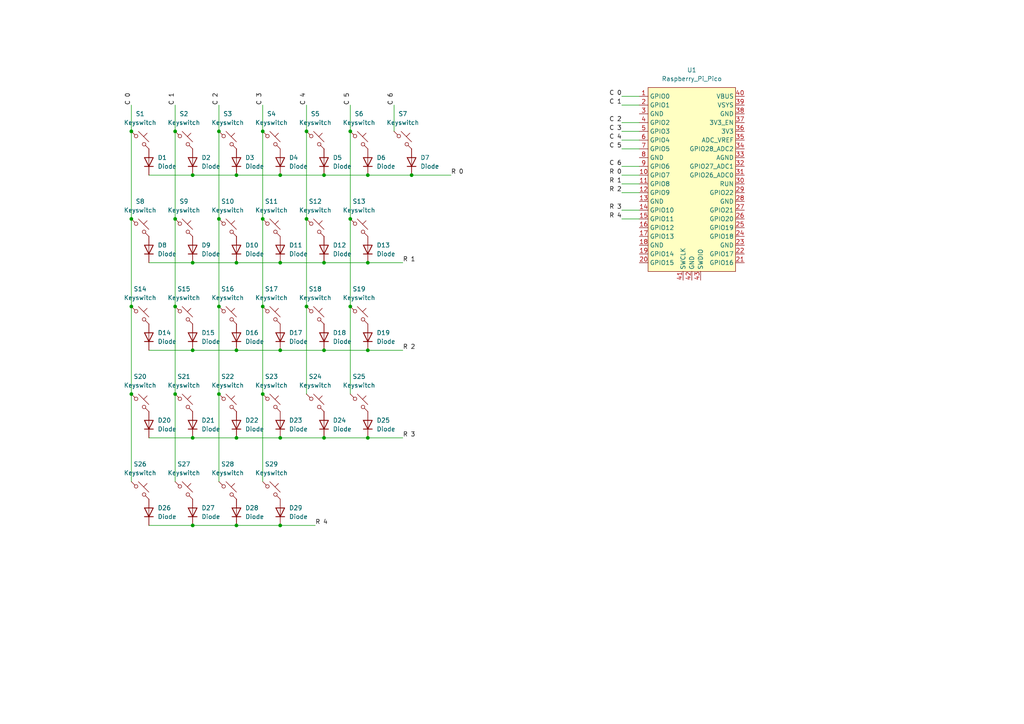
<source format=kicad_sch>
(kicad_sch
	(version 20231120)
	(generator "eeschema")
	(generator_version "8.0")
	(uuid "1b98c946-f051-45b8-9881-aa50be64bf7b")
	(paper "A4")
	(lib_symbols
		(symbol "ScottoKeebs:MCU_Raspberry_Pi_Pico"
			(exclude_from_sim no)
			(in_bom yes)
			(on_board yes)
			(property "Reference" "U"
				(at 0 0 0)
				(effects
					(font
						(size 1.27 1.27)
					)
				)
			)
			(property "Value" "Raspberry_Pi_Pico"
				(at 0 27.94 0)
				(effects
					(font
						(size 1.27 1.27)
					)
				)
			)
			(property "Footprint" "ScottoKeebs_MCU:Raspberry_Pi_Pico"
				(at 0 30.48 0)
				(effects
					(font
						(size 1.27 1.27)
					)
					(hide yes)
				)
			)
			(property "Datasheet" ""
				(at 0 0 0)
				(effects
					(font
						(size 1.27 1.27)
					)
					(hide yes)
				)
			)
			(property "Description" ""
				(at 0 0 0)
				(effects
					(font
						(size 1.27 1.27)
					)
					(hide yes)
				)
			)
			(symbol "MCU_Raspberry_Pi_Pico_0_1"
				(rectangle
					(start -12.7 26.67)
					(end 12.7 -26.67)
					(stroke
						(width 0)
						(type default)
					)
					(fill
						(type background)
					)
				)
			)
			(symbol "MCU_Raspberry_Pi_Pico_1_1"
				(pin bidirectional line
					(at -15.24 24.13 0)
					(length 2.54)
					(name "GPIO0"
						(effects
							(font
								(size 1.27 1.27)
							)
						)
					)
					(number "1"
						(effects
							(font
								(size 1.27 1.27)
							)
						)
					)
				)
				(pin bidirectional line
					(at -15.24 1.27 0)
					(length 2.54)
					(name "GPIO7"
						(effects
							(font
								(size 1.27 1.27)
							)
						)
					)
					(number "10"
						(effects
							(font
								(size 1.27 1.27)
							)
						)
					)
				)
				(pin bidirectional line
					(at -15.24 -1.27 0)
					(length 2.54)
					(name "GPIO8"
						(effects
							(font
								(size 1.27 1.27)
							)
						)
					)
					(number "11"
						(effects
							(font
								(size 1.27 1.27)
							)
						)
					)
				)
				(pin bidirectional line
					(at -15.24 -3.81 0)
					(length 2.54)
					(name "GPIO9"
						(effects
							(font
								(size 1.27 1.27)
							)
						)
					)
					(number "12"
						(effects
							(font
								(size 1.27 1.27)
							)
						)
					)
				)
				(pin power_in line
					(at -15.24 -6.35 0)
					(length 2.54)
					(name "GND"
						(effects
							(font
								(size 1.27 1.27)
							)
						)
					)
					(number "13"
						(effects
							(font
								(size 1.27 1.27)
							)
						)
					)
				)
				(pin bidirectional line
					(at -15.24 -8.89 0)
					(length 2.54)
					(name "GPIO10"
						(effects
							(font
								(size 1.27 1.27)
							)
						)
					)
					(number "14"
						(effects
							(font
								(size 1.27 1.27)
							)
						)
					)
				)
				(pin bidirectional line
					(at -15.24 -11.43 0)
					(length 2.54)
					(name "GPIO11"
						(effects
							(font
								(size 1.27 1.27)
							)
						)
					)
					(number "15"
						(effects
							(font
								(size 1.27 1.27)
							)
						)
					)
				)
				(pin bidirectional line
					(at -15.24 -13.97 0)
					(length 2.54)
					(name "GPIO12"
						(effects
							(font
								(size 1.27 1.27)
							)
						)
					)
					(number "16"
						(effects
							(font
								(size 1.27 1.27)
							)
						)
					)
				)
				(pin bidirectional line
					(at -15.24 -16.51 0)
					(length 2.54)
					(name "GPIO13"
						(effects
							(font
								(size 1.27 1.27)
							)
						)
					)
					(number "17"
						(effects
							(font
								(size 1.27 1.27)
							)
						)
					)
				)
				(pin power_in line
					(at -15.24 -19.05 0)
					(length 2.54)
					(name "GND"
						(effects
							(font
								(size 1.27 1.27)
							)
						)
					)
					(number "18"
						(effects
							(font
								(size 1.27 1.27)
							)
						)
					)
				)
				(pin bidirectional line
					(at -15.24 -21.59 0)
					(length 2.54)
					(name "GPIO14"
						(effects
							(font
								(size 1.27 1.27)
							)
						)
					)
					(number "19"
						(effects
							(font
								(size 1.27 1.27)
							)
						)
					)
				)
				(pin bidirectional line
					(at -15.24 21.59 0)
					(length 2.54)
					(name "GPIO1"
						(effects
							(font
								(size 1.27 1.27)
							)
						)
					)
					(number "2"
						(effects
							(font
								(size 1.27 1.27)
							)
						)
					)
				)
				(pin bidirectional line
					(at -15.24 -24.13 0)
					(length 2.54)
					(name "GPIO15"
						(effects
							(font
								(size 1.27 1.27)
							)
						)
					)
					(number "20"
						(effects
							(font
								(size 1.27 1.27)
							)
						)
					)
				)
				(pin bidirectional line
					(at 15.24 -24.13 180)
					(length 2.54)
					(name "GPIO16"
						(effects
							(font
								(size 1.27 1.27)
							)
						)
					)
					(number "21"
						(effects
							(font
								(size 1.27 1.27)
							)
						)
					)
				)
				(pin bidirectional line
					(at 15.24 -21.59 180)
					(length 2.54)
					(name "GPIO17"
						(effects
							(font
								(size 1.27 1.27)
							)
						)
					)
					(number "22"
						(effects
							(font
								(size 1.27 1.27)
							)
						)
					)
				)
				(pin power_in line
					(at 15.24 -19.05 180)
					(length 2.54)
					(name "GND"
						(effects
							(font
								(size 1.27 1.27)
							)
						)
					)
					(number "23"
						(effects
							(font
								(size 1.27 1.27)
							)
						)
					)
				)
				(pin bidirectional line
					(at 15.24 -16.51 180)
					(length 2.54)
					(name "GPIO18"
						(effects
							(font
								(size 1.27 1.27)
							)
						)
					)
					(number "24"
						(effects
							(font
								(size 1.27 1.27)
							)
						)
					)
				)
				(pin bidirectional line
					(at 15.24 -13.97 180)
					(length 2.54)
					(name "GPIO19"
						(effects
							(font
								(size 1.27 1.27)
							)
						)
					)
					(number "25"
						(effects
							(font
								(size 1.27 1.27)
							)
						)
					)
				)
				(pin bidirectional line
					(at 15.24 -11.43 180)
					(length 2.54)
					(name "GPIO20"
						(effects
							(font
								(size 1.27 1.27)
							)
						)
					)
					(number "26"
						(effects
							(font
								(size 1.27 1.27)
							)
						)
					)
				)
				(pin bidirectional line
					(at 15.24 -8.89 180)
					(length 2.54)
					(name "GPIO21"
						(effects
							(font
								(size 1.27 1.27)
							)
						)
					)
					(number "27"
						(effects
							(font
								(size 1.27 1.27)
							)
						)
					)
				)
				(pin power_in line
					(at 15.24 -6.35 180)
					(length 2.54)
					(name "GND"
						(effects
							(font
								(size 1.27 1.27)
							)
						)
					)
					(number "28"
						(effects
							(font
								(size 1.27 1.27)
							)
						)
					)
				)
				(pin bidirectional line
					(at 15.24 -3.81 180)
					(length 2.54)
					(name "GPIO22"
						(effects
							(font
								(size 1.27 1.27)
							)
						)
					)
					(number "29"
						(effects
							(font
								(size 1.27 1.27)
							)
						)
					)
				)
				(pin power_in line
					(at -15.24 19.05 0)
					(length 2.54)
					(name "GND"
						(effects
							(font
								(size 1.27 1.27)
							)
						)
					)
					(number "3"
						(effects
							(font
								(size 1.27 1.27)
							)
						)
					)
				)
				(pin input line
					(at 15.24 -1.27 180)
					(length 2.54)
					(name "RUN"
						(effects
							(font
								(size 1.27 1.27)
							)
						)
					)
					(number "30"
						(effects
							(font
								(size 1.27 1.27)
							)
						)
					)
				)
				(pin bidirectional line
					(at 15.24 1.27 180)
					(length 2.54)
					(name "GPIO26_ADC0"
						(effects
							(font
								(size 1.27 1.27)
							)
						)
					)
					(number "31"
						(effects
							(font
								(size 1.27 1.27)
							)
						)
					)
				)
				(pin bidirectional line
					(at 15.24 3.81 180)
					(length 2.54)
					(name "GPIO27_ADC1"
						(effects
							(font
								(size 1.27 1.27)
							)
						)
					)
					(number "32"
						(effects
							(font
								(size 1.27 1.27)
							)
						)
					)
				)
				(pin power_in line
					(at 15.24 6.35 180)
					(length 2.54)
					(name "AGND"
						(effects
							(font
								(size 1.27 1.27)
							)
						)
					)
					(number "33"
						(effects
							(font
								(size 1.27 1.27)
							)
						)
					)
				)
				(pin bidirectional line
					(at 15.24 8.89 180)
					(length 2.54)
					(name "GPIO28_ADC2"
						(effects
							(font
								(size 1.27 1.27)
							)
						)
					)
					(number "34"
						(effects
							(font
								(size 1.27 1.27)
							)
						)
					)
				)
				(pin power_in line
					(at 15.24 11.43 180)
					(length 2.54)
					(name "ADC_VREF"
						(effects
							(font
								(size 1.27 1.27)
							)
						)
					)
					(number "35"
						(effects
							(font
								(size 1.27 1.27)
							)
						)
					)
				)
				(pin power_in line
					(at 15.24 13.97 180)
					(length 2.54)
					(name "3V3"
						(effects
							(font
								(size 1.27 1.27)
							)
						)
					)
					(number "36"
						(effects
							(font
								(size 1.27 1.27)
							)
						)
					)
				)
				(pin input line
					(at 15.24 16.51 180)
					(length 2.54)
					(name "3V3_EN"
						(effects
							(font
								(size 1.27 1.27)
							)
						)
					)
					(number "37"
						(effects
							(font
								(size 1.27 1.27)
							)
						)
					)
				)
				(pin bidirectional line
					(at 15.24 19.05 180)
					(length 2.54)
					(name "GND"
						(effects
							(font
								(size 1.27 1.27)
							)
						)
					)
					(number "38"
						(effects
							(font
								(size 1.27 1.27)
							)
						)
					)
				)
				(pin power_in line
					(at 15.24 21.59 180)
					(length 2.54)
					(name "VSYS"
						(effects
							(font
								(size 1.27 1.27)
							)
						)
					)
					(number "39"
						(effects
							(font
								(size 1.27 1.27)
							)
						)
					)
				)
				(pin bidirectional line
					(at -15.24 16.51 0)
					(length 2.54)
					(name "GPIO2"
						(effects
							(font
								(size 1.27 1.27)
							)
						)
					)
					(number "4"
						(effects
							(font
								(size 1.27 1.27)
							)
						)
					)
				)
				(pin power_in line
					(at 15.24 24.13 180)
					(length 2.54)
					(name "VBUS"
						(effects
							(font
								(size 1.27 1.27)
							)
						)
					)
					(number "40"
						(effects
							(font
								(size 1.27 1.27)
							)
						)
					)
				)
				(pin input line
					(at -2.54 -29.21 90)
					(length 2.54)
					(name "SWCLK"
						(effects
							(font
								(size 1.27 1.27)
							)
						)
					)
					(number "41"
						(effects
							(font
								(size 1.27 1.27)
							)
						)
					)
				)
				(pin power_in line
					(at 0 -29.21 90)
					(length 2.54)
					(name "GND"
						(effects
							(font
								(size 1.27 1.27)
							)
						)
					)
					(number "42"
						(effects
							(font
								(size 1.27 1.27)
							)
						)
					)
				)
				(pin bidirectional line
					(at 2.54 -29.21 90)
					(length 2.54)
					(name "SWDIO"
						(effects
							(font
								(size 1.27 1.27)
							)
						)
					)
					(number "43"
						(effects
							(font
								(size 1.27 1.27)
							)
						)
					)
				)
				(pin bidirectional line
					(at -15.24 13.97 0)
					(length 2.54)
					(name "GPIO3"
						(effects
							(font
								(size 1.27 1.27)
							)
						)
					)
					(number "5"
						(effects
							(font
								(size 1.27 1.27)
							)
						)
					)
				)
				(pin bidirectional line
					(at -15.24 11.43 0)
					(length 2.54)
					(name "GPIO4"
						(effects
							(font
								(size 1.27 1.27)
							)
						)
					)
					(number "6"
						(effects
							(font
								(size 1.27 1.27)
							)
						)
					)
				)
				(pin bidirectional line
					(at -15.24 8.89 0)
					(length 2.54)
					(name "GPIO5"
						(effects
							(font
								(size 1.27 1.27)
							)
						)
					)
					(number "7"
						(effects
							(font
								(size 1.27 1.27)
							)
						)
					)
				)
				(pin power_in line
					(at -15.24 6.35 0)
					(length 2.54)
					(name "GND"
						(effects
							(font
								(size 1.27 1.27)
							)
						)
					)
					(number "8"
						(effects
							(font
								(size 1.27 1.27)
							)
						)
					)
				)
				(pin bidirectional line
					(at -15.24 3.81 0)
					(length 2.54)
					(name "GPIO6"
						(effects
							(font
								(size 1.27 1.27)
							)
						)
					)
					(number "9"
						(effects
							(font
								(size 1.27 1.27)
							)
						)
					)
				)
			)
		)
		(symbol "ScottoKeebs:Placeholder_Diode"
			(pin_numbers hide)
			(pin_names hide)
			(exclude_from_sim no)
			(in_bom yes)
			(on_board yes)
			(property "Reference" "D"
				(at 0 2.54 0)
				(effects
					(font
						(size 1.27 1.27)
					)
				)
			)
			(property "Value" "Diode"
				(at 0 -2.54 0)
				(effects
					(font
						(size 1.27 1.27)
					)
				)
			)
			(property "Footprint" ""
				(at 0 0 0)
				(effects
					(font
						(size 1.27 1.27)
					)
					(hide yes)
				)
			)
			(property "Datasheet" ""
				(at 0 0 0)
				(effects
					(font
						(size 1.27 1.27)
					)
					(hide yes)
				)
			)
			(property "Description" "1N4148 (DO-35) or 1N4148W (SOD-123)"
				(at 0 0 0)
				(effects
					(font
						(size 1.27 1.27)
					)
					(hide yes)
				)
			)
			(property "Sim.Device" "D"
				(at 0 0 0)
				(effects
					(font
						(size 1.27 1.27)
					)
					(hide yes)
				)
			)
			(property "Sim.Pins" "1=K 2=A"
				(at 0 0 0)
				(effects
					(font
						(size 1.27 1.27)
					)
					(hide yes)
				)
			)
			(property "ki_keywords" "diode"
				(at 0 0 0)
				(effects
					(font
						(size 1.27 1.27)
					)
					(hide yes)
				)
			)
			(property "ki_fp_filters" "D*DO?35*"
				(at 0 0 0)
				(effects
					(font
						(size 1.27 1.27)
					)
					(hide yes)
				)
			)
			(symbol "Placeholder_Diode_0_1"
				(polyline
					(pts
						(xy -1.27 1.27) (xy -1.27 -1.27)
					)
					(stroke
						(width 0.254)
						(type default)
					)
					(fill
						(type none)
					)
				)
				(polyline
					(pts
						(xy 1.27 0) (xy -1.27 0)
					)
					(stroke
						(width 0)
						(type default)
					)
					(fill
						(type none)
					)
				)
				(polyline
					(pts
						(xy 1.27 1.27) (xy 1.27 -1.27) (xy -1.27 0) (xy 1.27 1.27)
					)
					(stroke
						(width 0.254)
						(type default)
					)
					(fill
						(type none)
					)
				)
			)
			(symbol "Placeholder_Diode_1_1"
				(pin passive line
					(at -3.81 0 0)
					(length 2.54)
					(name "K"
						(effects
							(font
								(size 1.27 1.27)
							)
						)
					)
					(number "1"
						(effects
							(font
								(size 1.27 1.27)
							)
						)
					)
				)
				(pin passive line
					(at 3.81 0 180)
					(length 2.54)
					(name "A"
						(effects
							(font
								(size 1.27 1.27)
							)
						)
					)
					(number "2"
						(effects
							(font
								(size 1.27 1.27)
							)
						)
					)
				)
			)
		)
		(symbol "ScottoKeebs:Placeholder_Keyswitch"
			(pin_numbers hide)
			(pin_names
				(offset 1.016) hide)
			(exclude_from_sim no)
			(in_bom yes)
			(on_board yes)
			(property "Reference" "S"
				(at 3.048 1.016 0)
				(effects
					(font
						(size 1.27 1.27)
					)
					(justify left)
				)
			)
			(property "Value" "Keyswitch"
				(at 0 -3.81 0)
				(effects
					(font
						(size 1.27 1.27)
					)
				)
			)
			(property "Footprint" ""
				(at 0 0 0)
				(effects
					(font
						(size 1.27 1.27)
					)
					(hide yes)
				)
			)
			(property "Datasheet" "~"
				(at 0 0 0)
				(effects
					(font
						(size 1.27 1.27)
					)
					(hide yes)
				)
			)
			(property "Description" "Push button switch, normally open, two pins, 45° tilted"
				(at 0 0 0)
				(effects
					(font
						(size 1.27 1.27)
					)
					(hide yes)
				)
			)
			(property "ki_keywords" "switch normally-open pushbutton push-button"
				(at 0 0 0)
				(effects
					(font
						(size 1.27 1.27)
					)
					(hide yes)
				)
			)
			(symbol "Placeholder_Keyswitch_0_1"
				(circle
					(center -1.1684 1.1684)
					(radius 0.508)
					(stroke
						(width 0)
						(type default)
					)
					(fill
						(type none)
					)
				)
				(polyline
					(pts
						(xy -0.508 2.54) (xy 2.54 -0.508)
					)
					(stroke
						(width 0)
						(type default)
					)
					(fill
						(type none)
					)
				)
				(polyline
					(pts
						(xy 1.016 1.016) (xy 2.032 2.032)
					)
					(stroke
						(width 0)
						(type default)
					)
					(fill
						(type none)
					)
				)
				(polyline
					(pts
						(xy -2.54 2.54) (xy -1.524 1.524) (xy -1.524 1.524)
					)
					(stroke
						(width 0)
						(type default)
					)
					(fill
						(type none)
					)
				)
				(polyline
					(pts
						(xy 1.524 -1.524) (xy 2.54 -2.54) (xy 2.54 -2.54) (xy 2.54 -2.54)
					)
					(stroke
						(width 0)
						(type default)
					)
					(fill
						(type none)
					)
				)
				(circle
					(center 1.143 -1.1938)
					(radius 0.508)
					(stroke
						(width 0)
						(type default)
					)
					(fill
						(type none)
					)
				)
				(pin passive line
					(at -2.54 2.54 0)
					(length 0)
					(name "1"
						(effects
							(font
								(size 1.27 1.27)
							)
						)
					)
					(number "1"
						(effects
							(font
								(size 1.27 1.27)
							)
						)
					)
				)
				(pin passive line
					(at 2.54 -2.54 180)
					(length 0)
					(name "2"
						(effects
							(font
								(size 1.27 1.27)
							)
						)
					)
					(number "2"
						(effects
							(font
								(size 1.27 1.27)
							)
						)
					)
				)
			)
		)
	)
	(junction
		(at 76.2 88.9)
		(diameter 0)
		(color 0 0 0 0)
		(uuid "0803888c-4365-4692-a5dc-02796b00402e")
	)
	(junction
		(at 68.58 101.6)
		(diameter 0)
		(color 0 0 0 0)
		(uuid "0fe9eeec-40eb-4b5f-8a36-1619673ffe92")
	)
	(junction
		(at 55.88 127)
		(diameter 0)
		(color 0 0 0 0)
		(uuid "1455731b-540c-4a1c-9537-87799ab1353c")
	)
	(junction
		(at 93.98 76.2)
		(diameter 0)
		(color 0 0 0 0)
		(uuid "14d60acc-e2d6-43cd-9869-98fcb0da82a5")
	)
	(junction
		(at 88.9 88.9)
		(diameter 0)
		(color 0 0 0 0)
		(uuid "155cd66d-2681-47c3-ba89-adb366969544")
	)
	(junction
		(at 88.9 63.5)
		(diameter 0)
		(color 0 0 0 0)
		(uuid "1a9a52e9-10c1-4760-a797-65a15cb97b9e")
	)
	(junction
		(at 68.58 127)
		(diameter 0)
		(color 0 0 0 0)
		(uuid "1cf9d598-e973-47ba-a54d-e2d00e59c8d6")
	)
	(junction
		(at 55.88 50.8)
		(diameter 0)
		(color 0 0 0 0)
		(uuid "1f40652d-3100-4349-8993-784c1019854e")
	)
	(junction
		(at 63.5 63.5)
		(diameter 0)
		(color 0 0 0 0)
		(uuid "42549c4a-ea5e-4928-b1da-8860dfd7a806")
	)
	(junction
		(at 38.1 88.9)
		(diameter 0)
		(color 0 0 0 0)
		(uuid "42673a0f-4fb4-4e3a-8dd9-ffde22e37c77")
	)
	(junction
		(at 81.28 76.2)
		(diameter 0)
		(color 0 0 0 0)
		(uuid "435e13b6-3df6-49f4-a5bd-59175fa48dda")
	)
	(junction
		(at 93.98 50.8)
		(diameter 0)
		(color 0 0 0 0)
		(uuid "511bbc69-bdce-4ffb-b1db-26593a611e08")
	)
	(junction
		(at 106.68 76.2)
		(diameter 0)
		(color 0 0 0 0)
		(uuid "5254b4ce-d8ae-4d8f-b45f-d3b483a50ac6")
	)
	(junction
		(at 63.5 114.3)
		(diameter 0)
		(color 0 0 0 0)
		(uuid "60dc2717-1dc1-4f2a-9b53-a9730cbeac3f")
	)
	(junction
		(at 50.8 38.1)
		(diameter 0)
		(color 0 0 0 0)
		(uuid "63f16e66-c45b-47fa-b6d4-9e42e708d004")
	)
	(junction
		(at 38.1 114.3)
		(diameter 0)
		(color 0 0 0 0)
		(uuid "65000207-5ed6-42cb-8f1d-045199c7dc39")
	)
	(junction
		(at 68.58 76.2)
		(diameter 0)
		(color 0 0 0 0)
		(uuid "7105db0c-a13a-4fc1-9d2c-01cbcbf9fa51")
	)
	(junction
		(at 76.2 63.5)
		(diameter 0)
		(color 0 0 0 0)
		(uuid "73f63f5c-c6ff-4e93-ae17-db4fe2de6c0b")
	)
	(junction
		(at 106.68 127)
		(diameter 0)
		(color 0 0 0 0)
		(uuid "77fbb8b6-7d75-47db-9838-e2e49843d333")
	)
	(junction
		(at 93.98 101.6)
		(diameter 0)
		(color 0 0 0 0)
		(uuid "80bd4c88-f157-4e5d-92bd-9d5c9e777182")
	)
	(junction
		(at 38.1 63.5)
		(diameter 0)
		(color 0 0 0 0)
		(uuid "909cef6b-098e-4e87-8ff1-161c87a86d50")
	)
	(junction
		(at 119.38 50.8)
		(diameter 0)
		(color 0 0 0 0)
		(uuid "9674ae5b-dc52-4478-ae31-5564e4c99970")
	)
	(junction
		(at 81.28 101.6)
		(diameter 0)
		(color 0 0 0 0)
		(uuid "9e1fc54a-fdd7-41b0-86e0-af459e47f75e")
	)
	(junction
		(at 50.8 63.5)
		(diameter 0)
		(color 0 0 0 0)
		(uuid "a29ce788-4704-45c7-b8e7-320d1fba67e5")
	)
	(junction
		(at 68.58 50.8)
		(diameter 0)
		(color 0 0 0 0)
		(uuid "a5abf61b-a8e9-4eab-9b73-e540a409cef4")
	)
	(junction
		(at 81.28 50.8)
		(diameter 0)
		(color 0 0 0 0)
		(uuid "afb1a6eb-d3ed-436f-96c1-b9248b211162")
	)
	(junction
		(at 101.6 88.9)
		(diameter 0)
		(color 0 0 0 0)
		(uuid "b8d139cb-e2fa-4cfe-9717-cf82ed46f420")
	)
	(junction
		(at 63.5 88.9)
		(diameter 0)
		(color 0 0 0 0)
		(uuid "ba3f8da5-7639-43ba-8a01-841058e87529")
	)
	(junction
		(at 55.88 152.4)
		(diameter 0)
		(color 0 0 0 0)
		(uuid "bb5d8c1f-a21b-4b05-b87c-bbd9972a775b")
	)
	(junction
		(at 93.98 127)
		(diameter 0)
		(color 0 0 0 0)
		(uuid "c1169e19-7e07-4be6-aaa3-8d26860792a9")
	)
	(junction
		(at 106.68 50.8)
		(diameter 0)
		(color 0 0 0 0)
		(uuid "c2ad004c-1e1f-49fb-8d49-00d1aa653c2d")
	)
	(junction
		(at 55.88 101.6)
		(diameter 0)
		(color 0 0 0 0)
		(uuid "c34048ec-142e-4604-a670-905c3d26c006")
	)
	(junction
		(at 68.58 152.4)
		(diameter 0)
		(color 0 0 0 0)
		(uuid "c5f53161-7b43-4815-bdb7-2ec624a25756")
	)
	(junction
		(at 55.88 76.2)
		(diameter 0)
		(color 0 0 0 0)
		(uuid "c9a24dd3-3095-4013-a715-41197bf39491")
	)
	(junction
		(at 81.28 152.4)
		(diameter 0)
		(color 0 0 0 0)
		(uuid "ca3963d1-0446-418f-8579-41626161dcc9")
	)
	(junction
		(at 81.28 127)
		(diameter 0)
		(color 0 0 0 0)
		(uuid "cbd50e28-2af1-4079-ace0-3d91700ed51f")
	)
	(junction
		(at 76.2 38.1)
		(diameter 0)
		(color 0 0 0 0)
		(uuid "d61291e0-1d8b-4f23-8f5a-dd55d354eea0")
	)
	(junction
		(at 101.6 63.5)
		(diameter 0)
		(color 0 0 0 0)
		(uuid "dc7f4d7d-ea73-4c27-aec0-c2a38ee3dd32")
	)
	(junction
		(at 106.68 101.6)
		(diameter 0)
		(color 0 0 0 0)
		(uuid "dd3483cd-844c-431c-b467-58849d899d29")
	)
	(junction
		(at 63.5 38.1)
		(diameter 0)
		(color 0 0 0 0)
		(uuid "e42cdfed-c05f-4953-b63f-36fa72e8a7ac")
	)
	(junction
		(at 50.8 88.9)
		(diameter 0)
		(color 0 0 0 0)
		(uuid "e837dbb2-ff65-4cc2-8ac9-9989a7dcc5b9")
	)
	(junction
		(at 50.8 114.3)
		(diameter 0)
		(color 0 0 0 0)
		(uuid "ec8a116c-d447-45c4-8e30-3d47c3e831ab")
	)
	(junction
		(at 88.9 38.1)
		(diameter 0)
		(color 0 0 0 0)
		(uuid "f1095b03-a92d-43b5-bcf6-5e087f26f1f3")
	)
	(junction
		(at 101.6 38.1)
		(diameter 0)
		(color 0 0 0 0)
		(uuid "f16c1fcb-d032-4317-873e-d81719df6ed2")
	)
	(junction
		(at 38.1 38.1)
		(diameter 0)
		(color 0 0 0 0)
		(uuid "f207d2e3-ceac-40fa-8a67-ae051518654c")
	)
	(junction
		(at 76.2 114.3)
		(diameter 0)
		(color 0 0 0 0)
		(uuid "f34d49c0-ee54-47ba-beae-49bae1a4c0df")
	)
	(wire
		(pts
			(xy 50.8 30.48) (xy 50.8 38.1)
		)
		(stroke
			(width 0)
			(type default)
		)
		(uuid "065b4796-a84b-467c-9586-178521ad9c96")
	)
	(wire
		(pts
			(xy 50.8 63.5) (xy 50.8 88.9)
		)
		(stroke
			(width 0)
			(type default)
		)
		(uuid "0a911e42-8cef-4815-b0da-38900d3a9716")
	)
	(wire
		(pts
			(xy 185.42 63.5) (xy 180.34 63.5)
		)
		(stroke
			(width 0)
			(type default)
		)
		(uuid "0cbefca1-b182-489c-9f8d-e0116b6e4efa")
	)
	(wire
		(pts
			(xy 76.2 114.3) (xy 76.2 139.7)
		)
		(stroke
			(width 0)
			(type default)
		)
		(uuid "0ce74744-8df2-4b8e-ab85-a578d2f41d52")
	)
	(wire
		(pts
			(xy 88.9 88.9) (xy 88.9 114.3)
		)
		(stroke
			(width 0)
			(type default)
		)
		(uuid "0d2cd563-9102-44ba-be16-66ce75deaf56")
	)
	(wire
		(pts
			(xy 114.3 30.48) (xy 114.3 38.1)
		)
		(stroke
			(width 0)
			(type default)
		)
		(uuid "10b18246-5a8d-4b84-8f7f-505c2824f41a")
	)
	(wire
		(pts
			(xy 101.6 63.5) (xy 101.6 88.9)
		)
		(stroke
			(width 0)
			(type default)
		)
		(uuid "166acf11-6eae-401d-9e81-15fd13612d03")
	)
	(wire
		(pts
			(xy 76.2 63.5) (xy 76.2 88.9)
		)
		(stroke
			(width 0)
			(type default)
		)
		(uuid "182e3af6-ffb7-4799-9bb0-59d439ebe43d")
	)
	(wire
		(pts
			(xy 81.28 127) (xy 93.98 127)
		)
		(stroke
			(width 0)
			(type default)
		)
		(uuid "1a297ee9-a08e-4783-bc70-a01c6f053e09")
	)
	(wire
		(pts
			(xy 38.1 88.9) (xy 38.1 114.3)
		)
		(stroke
			(width 0)
			(type default)
		)
		(uuid "29059502-be5d-429f-8ef1-5d807d80cdbd")
	)
	(wire
		(pts
			(xy 185.42 40.64) (xy 180.34 40.64)
		)
		(stroke
			(width 0)
			(type default)
		)
		(uuid "2a75ac30-c44b-444c-8389-2faae9932cf2")
	)
	(wire
		(pts
			(xy 68.58 127) (xy 81.28 127)
		)
		(stroke
			(width 0)
			(type default)
		)
		(uuid "2cfd60e3-cdb1-4617-9567-53ec671015d5")
	)
	(wire
		(pts
			(xy 50.8 88.9) (xy 50.8 114.3)
		)
		(stroke
			(width 0)
			(type default)
		)
		(uuid "32a319c1-caf4-44c4-bfc4-d636a48a2cb0")
	)
	(wire
		(pts
			(xy 185.42 48.26) (xy 180.34 48.26)
		)
		(stroke
			(width 0)
			(type default)
		)
		(uuid "335d7715-e5b7-41eb-bd6f-1578a5016eb0")
	)
	(wire
		(pts
			(xy 81.28 76.2) (xy 93.98 76.2)
		)
		(stroke
			(width 0)
			(type default)
		)
		(uuid "355eeb7e-983e-4093-bd6c-5c6451c94122")
	)
	(wire
		(pts
			(xy 63.5 63.5) (xy 63.5 88.9)
		)
		(stroke
			(width 0)
			(type default)
		)
		(uuid "363121cc-aa30-470e-821c-7a438fea3ef3")
	)
	(wire
		(pts
			(xy 185.42 35.56) (xy 180.34 35.56)
		)
		(stroke
			(width 0)
			(type default)
		)
		(uuid "3837871e-e78c-4d24-bcc7-3b77c340c480")
	)
	(wire
		(pts
			(xy 68.58 50.8) (xy 81.28 50.8)
		)
		(stroke
			(width 0)
			(type default)
		)
		(uuid "3e8b04ac-aa6b-417c-b135-277ea44cee98")
	)
	(wire
		(pts
			(xy 38.1 114.3) (xy 38.1 139.7)
		)
		(stroke
			(width 0)
			(type default)
		)
		(uuid "40aa7af1-6def-4ead-b674-f56ff4eb8b7a")
	)
	(wire
		(pts
			(xy 185.42 60.96) (xy 180.34 60.96)
		)
		(stroke
			(width 0)
			(type default)
		)
		(uuid "40cfc2bf-ade1-463b-ba6b-b3190b011974")
	)
	(wire
		(pts
			(xy 185.42 50.8) (xy 180.34 50.8)
		)
		(stroke
			(width 0)
			(type default)
		)
		(uuid "458f6b9e-56f2-4d21-8fe0-13290f548abd")
	)
	(wire
		(pts
			(xy 119.38 50.8) (xy 130.81 50.8)
		)
		(stroke
			(width 0)
			(type default)
		)
		(uuid "4c4b7d11-1dd3-443b-80b4-cd7768d5276f")
	)
	(wire
		(pts
			(xy 43.18 76.2) (xy 55.88 76.2)
		)
		(stroke
			(width 0)
			(type default)
		)
		(uuid "4f37e740-a084-4595-a961-7178c1d25ab2")
	)
	(wire
		(pts
			(xy 101.6 88.9) (xy 101.6 114.3)
		)
		(stroke
			(width 0)
			(type default)
		)
		(uuid "4ff49c84-7700-40f0-a549-2b8f4bc9b657")
	)
	(wire
		(pts
			(xy 50.8 114.3) (xy 50.8 139.7)
		)
		(stroke
			(width 0)
			(type default)
		)
		(uuid "5018e04d-b1f0-4803-b561-60aa47b88258")
	)
	(wire
		(pts
			(xy 63.5 38.1) (xy 63.5 63.5)
		)
		(stroke
			(width 0)
			(type default)
		)
		(uuid "54b27f0e-a08b-4636-ad72-5e1a0ae398a0")
	)
	(wire
		(pts
			(xy 55.88 101.6) (xy 68.58 101.6)
		)
		(stroke
			(width 0)
			(type default)
		)
		(uuid "55da5317-baea-4d9c-b316-82fa69fee520")
	)
	(wire
		(pts
			(xy 68.58 101.6) (xy 81.28 101.6)
		)
		(stroke
			(width 0)
			(type default)
		)
		(uuid "612fa513-505a-4254-97c3-ee4298b7c46c")
	)
	(wire
		(pts
			(xy 185.42 55.88) (xy 180.34 55.88)
		)
		(stroke
			(width 0)
			(type default)
		)
		(uuid "6cdde399-3852-4e6f-abdf-226122444a81")
	)
	(wire
		(pts
			(xy 185.42 43.18) (xy 180.34 43.18)
		)
		(stroke
			(width 0)
			(type default)
		)
		(uuid "6f7b13d8-bb95-47c2-ba3a-14bccaefbdc8")
	)
	(wire
		(pts
			(xy 88.9 63.5) (xy 88.9 88.9)
		)
		(stroke
			(width 0)
			(type default)
		)
		(uuid "70b2e6d4-1767-465b-a8ab-3396905b2740")
	)
	(wire
		(pts
			(xy 81.28 152.4) (xy 91.44 152.4)
		)
		(stroke
			(width 0)
			(type default)
		)
		(uuid "7c9e7b79-48c6-47b7-b65b-4a0f1558271c")
	)
	(wire
		(pts
			(xy 43.18 127) (xy 55.88 127)
		)
		(stroke
			(width 0)
			(type default)
		)
		(uuid "7d68d3a3-6dc7-4ae8-9d6b-3e0dafa6b322")
	)
	(wire
		(pts
			(xy 55.88 152.4) (xy 68.58 152.4)
		)
		(stroke
			(width 0)
			(type default)
		)
		(uuid "80174d4e-4757-45f6-a221-d493945bd76d")
	)
	(wire
		(pts
			(xy 38.1 30.48) (xy 38.1 38.1)
		)
		(stroke
			(width 0)
			(type default)
		)
		(uuid "8262adcb-a506-449d-9dc2-082475d373f2")
	)
	(wire
		(pts
			(xy 63.5 88.9) (xy 63.5 114.3)
		)
		(stroke
			(width 0)
			(type default)
		)
		(uuid "83b51b70-8c09-4450-b2be-5c8bc0980ce6")
	)
	(wire
		(pts
			(xy 76.2 88.9) (xy 76.2 114.3)
		)
		(stroke
			(width 0)
			(type default)
		)
		(uuid "887e43e4-a170-430a-9a73-26575560ba89")
	)
	(wire
		(pts
			(xy 93.98 101.6) (xy 106.68 101.6)
		)
		(stroke
			(width 0)
			(type default)
		)
		(uuid "88f4b099-c98b-4829-bb4c-49d2b082da7f")
	)
	(wire
		(pts
			(xy 106.68 50.8) (xy 119.38 50.8)
		)
		(stroke
			(width 0)
			(type default)
		)
		(uuid "8deacfcb-b98d-4652-9d54-7e618c7b1e21")
	)
	(wire
		(pts
			(xy 101.6 30.48) (xy 101.6 38.1)
		)
		(stroke
			(width 0)
			(type default)
		)
		(uuid "9901ebf4-abf8-4305-bd4c-d016732a6ef0")
	)
	(wire
		(pts
			(xy 88.9 30.48) (xy 88.9 38.1)
		)
		(stroke
			(width 0)
			(type default)
		)
		(uuid "9ba9fac3-ce28-4787-b82a-0cf20f49c3a7")
	)
	(wire
		(pts
			(xy 43.18 152.4) (xy 55.88 152.4)
		)
		(stroke
			(width 0)
			(type default)
		)
		(uuid "a5edfe6b-f893-4a3b-8bd9-fe550e54f5ca")
	)
	(wire
		(pts
			(xy 106.68 127) (xy 116.84 127)
		)
		(stroke
			(width 0)
			(type default)
		)
		(uuid "a9b5254b-43e9-4d22-bfc9-e95894321243")
	)
	(wire
		(pts
			(xy 185.42 38.1) (xy 180.34 38.1)
		)
		(stroke
			(width 0)
			(type default)
		)
		(uuid "ac0838df-ecc5-4114-a816-fb12aab7fdf0")
	)
	(wire
		(pts
			(xy 68.58 76.2) (xy 81.28 76.2)
		)
		(stroke
			(width 0)
			(type default)
		)
		(uuid "ae1be0bf-e7d4-4fd8-9086-a1fcc5d0db78")
	)
	(wire
		(pts
			(xy 88.9 38.1) (xy 88.9 63.5)
		)
		(stroke
			(width 0)
			(type default)
		)
		(uuid "b0c110ce-00f3-44bb-ad05-fe8d96a90607")
	)
	(wire
		(pts
			(xy 55.88 76.2) (xy 68.58 76.2)
		)
		(stroke
			(width 0)
			(type default)
		)
		(uuid "b3e83812-9b23-4d28-97d4-c15aba39509c")
	)
	(wire
		(pts
			(xy 185.42 27.94) (xy 180.34 27.94)
		)
		(stroke
			(width 0)
			(type default)
		)
		(uuid "b9eaa677-389f-4975-bb90-460dca6ea74c")
	)
	(wire
		(pts
			(xy 43.18 50.8) (xy 55.88 50.8)
		)
		(stroke
			(width 0)
			(type default)
		)
		(uuid "bcccc3f5-0c8c-4bb9-a544-884d9050da7c")
	)
	(wire
		(pts
			(xy 50.8 38.1) (xy 50.8 63.5)
		)
		(stroke
			(width 0)
			(type default)
		)
		(uuid "bd41bb8e-dace-40bc-b947-df0f7fd07bbb")
	)
	(wire
		(pts
			(xy 106.68 101.6) (xy 116.84 101.6)
		)
		(stroke
			(width 0)
			(type default)
		)
		(uuid "c03ce276-d2f4-46b3-948e-2909ea606733")
	)
	(wire
		(pts
			(xy 43.18 101.6) (xy 55.88 101.6)
		)
		(stroke
			(width 0)
			(type default)
		)
		(uuid "c497e1e2-daba-4707-818c-7c4108a8c8ee")
	)
	(wire
		(pts
			(xy 76.2 30.48) (xy 76.2 38.1)
		)
		(stroke
			(width 0)
			(type default)
		)
		(uuid "c6a98890-8ee7-4d5e-82bd-e39fdc9b729c")
	)
	(wire
		(pts
			(xy 76.2 38.1) (xy 76.2 63.5)
		)
		(stroke
			(width 0)
			(type default)
		)
		(uuid "c70b5c1c-0c8a-4b08-8c88-2b51e0accc54")
	)
	(wire
		(pts
			(xy 55.88 127) (xy 68.58 127)
		)
		(stroke
			(width 0)
			(type default)
		)
		(uuid "cc73ac77-c7cf-4977-a55c-fbebe56aff33")
	)
	(wire
		(pts
			(xy 81.28 101.6) (xy 93.98 101.6)
		)
		(stroke
			(width 0)
			(type default)
		)
		(uuid "cfb3edfd-2e73-4d94-aef9-d284d30f8513")
	)
	(wire
		(pts
			(xy 68.58 152.4) (xy 81.28 152.4)
		)
		(stroke
			(width 0)
			(type default)
		)
		(uuid "d8cad956-358a-44c4-8b8e-3e19019e3528")
	)
	(wire
		(pts
			(xy 63.5 30.48) (xy 63.5 38.1)
		)
		(stroke
			(width 0)
			(type default)
		)
		(uuid "dc5cd472-d07f-4a6a-96d3-a64c9d09428d")
	)
	(wire
		(pts
			(xy 185.42 53.34) (xy 180.34 53.34)
		)
		(stroke
			(width 0)
			(type default)
		)
		(uuid "de29ddba-b1fd-4e98-9432-ecccaea512d1")
	)
	(wire
		(pts
			(xy 93.98 76.2) (xy 106.68 76.2)
		)
		(stroke
			(width 0)
			(type default)
		)
		(uuid "df90e6c4-81b4-488f-80b7-9b581a8efb48")
	)
	(wire
		(pts
			(xy 185.42 30.48) (xy 180.34 30.48)
		)
		(stroke
			(width 0)
			(type default)
		)
		(uuid "e8a48ca8-eb00-4f57-b0d9-e9f2234d0e5e")
	)
	(wire
		(pts
			(xy 63.5 114.3) (xy 63.5 139.7)
		)
		(stroke
			(width 0)
			(type default)
		)
		(uuid "ea22eeb9-3bcb-4206-a1c0-28d0713036ea")
	)
	(wire
		(pts
			(xy 93.98 50.8) (xy 106.68 50.8)
		)
		(stroke
			(width 0)
			(type default)
		)
		(uuid "eb69b3f4-bab3-43a0-a119-60fa273caf46")
	)
	(wire
		(pts
			(xy 93.98 127) (xy 106.68 127)
		)
		(stroke
			(width 0)
			(type default)
		)
		(uuid "f313a3d0-d7e2-49f3-a9e9-7d8d510020c1")
	)
	(wire
		(pts
			(xy 101.6 38.1) (xy 101.6 63.5)
		)
		(stroke
			(width 0)
			(type default)
		)
		(uuid "f3d3be88-a1e0-4d15-88f5-a2d6df83b293")
	)
	(wire
		(pts
			(xy 81.28 50.8) (xy 93.98 50.8)
		)
		(stroke
			(width 0)
			(type default)
		)
		(uuid "f4a0f6df-5201-4d78-ba15-099d992d04e6")
	)
	(wire
		(pts
			(xy 55.88 50.8) (xy 68.58 50.8)
		)
		(stroke
			(width 0)
			(type default)
		)
		(uuid "fb468fc8-6fe7-44a5-8488-7c46876f592c")
	)
	(wire
		(pts
			(xy 106.68 76.2) (xy 116.84 76.2)
		)
		(stroke
			(width 0)
			(type default)
		)
		(uuid "fbac2320-9dd3-4374-987f-190ac82a6f93")
	)
	(wire
		(pts
			(xy 38.1 63.5) (xy 38.1 88.9)
		)
		(stroke
			(width 0)
			(type default)
		)
		(uuid "ff60b1c5-36cd-42e9-8a15-8a5511a570b3")
	)
	(wire
		(pts
			(xy 38.1 38.1) (xy 38.1 63.5)
		)
		(stroke
			(width 0)
			(type default)
		)
		(uuid "ff7046c5-8ae6-4cde-b8b4-4a4084dcefc1")
	)
	(label "C 4"
		(at 88.9 30.48 90)
		(fields_autoplaced yes)
		(effects
			(font
				(size 1.27 1.27)
			)
			(justify left bottom)
		)
		(uuid "098087b6-f93a-4862-b79d-610ac693ea08")
	)
	(label "C 2"
		(at 180.34 35.56 180)
		(fields_autoplaced yes)
		(effects
			(font
				(size 1.27 1.27)
			)
			(justify right bottom)
		)
		(uuid "0fe571e8-bdbc-4db6-a927-499265c6791e")
	)
	(label "R 2"
		(at 116.84 101.6 0)
		(fields_autoplaced yes)
		(effects
			(font
				(size 1.27 1.27)
			)
			(justify left bottom)
		)
		(uuid "199f05b4-e508-47f1-8ea9-56877d56a575")
	)
	(label "R 4"
		(at 180.34 63.5 180)
		(fields_autoplaced yes)
		(effects
			(font
				(size 1.27 1.27)
			)
			(justify right bottom)
		)
		(uuid "25c20389-1508-430c-9319-6ce84888b654")
	)
	(label "C 3"
		(at 76.2 30.48 90)
		(fields_autoplaced yes)
		(effects
			(font
				(size 1.27 1.27)
			)
			(justify left bottom)
		)
		(uuid "3c280c76-38c4-4c79-9f81-2810a38510ec")
	)
	(label "C 0"
		(at 180.34 27.94 180)
		(fields_autoplaced yes)
		(effects
			(font
				(size 1.27 1.27)
			)
			(justify right bottom)
		)
		(uuid "3d7fc236-1fda-4aed-94ba-b9831b5c7312")
	)
	(label "R 3"
		(at 116.84 127 0)
		(fields_autoplaced yes)
		(effects
			(font
				(size 1.27 1.27)
			)
			(justify left bottom)
		)
		(uuid "4a5f3b33-4c17-4262-8ac1-16dede785f85")
	)
	(label "R 0"
		(at 130.81 50.8 0)
		(fields_autoplaced yes)
		(effects
			(font
				(size 1.27 1.27)
			)
			(justify left bottom)
		)
		(uuid "4b268d70-63a9-4c79-a1ff-60314aeaad8f")
	)
	(label "R 4"
		(at 91.44 152.4 0)
		(fields_autoplaced yes)
		(effects
			(font
				(size 1.27 1.27)
			)
			(justify left bottom)
		)
		(uuid "563407c9-a992-4884-93ab-2105b25b6ca8")
	)
	(label "C 1"
		(at 50.8 30.48 90)
		(fields_autoplaced yes)
		(effects
			(font
				(size 1.27 1.27)
			)
			(justify left bottom)
		)
		(uuid "5aee6232-f8b4-4e64-8c83-183270eb0d35")
	)
	(label "C 0"
		(at 38.1 30.48 90)
		(fields_autoplaced yes)
		(effects
			(font
				(size 1.27 1.27)
			)
			(justify left bottom)
		)
		(uuid "62f31178-e928-43f5-850b-5609db54df38")
	)
	(label "C 6"
		(at 114.3 30.48 90)
		(fields_autoplaced yes)
		(effects
			(font
				(size 1.27 1.27)
			)
			(justify left bottom)
		)
		(uuid "750a9e07-73d9-4112-9269-8632f131d3b4")
	)
	(label "R 0"
		(at 180.34 50.8 180)
		(fields_autoplaced yes)
		(effects
			(font
				(size 1.27 1.27)
			)
			(justify right bottom)
		)
		(uuid "83967c6f-8b82-4db8-bf38-dbfc9cdf26c1")
	)
	(label "C 3"
		(at 180.34 38.1 180)
		(fields_autoplaced yes)
		(effects
			(font
				(size 1.27 1.27)
			)
			(justify right bottom)
		)
		(uuid "8982233c-4242-4f64-ab52-b4f58a21e519")
	)
	(label "C 5"
		(at 101.6 30.48 90)
		(fields_autoplaced yes)
		(effects
			(font
				(size 1.27 1.27)
			)
			(justify left bottom)
		)
		(uuid "9c257d45-a176-4a00-a39c-10e791314965")
	)
	(label "R 2"
		(at 180.34 55.88 180)
		(fields_autoplaced yes)
		(effects
			(font
				(size 1.27 1.27)
			)
			(justify right bottom)
		)
		(uuid "9f8cf3be-af3b-4912-a2d9-30c233868a79")
	)
	(label "R 1"
		(at 180.34 53.34 180)
		(fields_autoplaced yes)
		(effects
			(font
				(size 1.27 1.27)
			)
			(justify right bottom)
		)
		(uuid "a72e5c93-82ed-459a-95ec-d02550d6320c")
	)
	(label "C 6"
		(at 180.34 48.26 180)
		(fields_autoplaced yes)
		(effects
			(font
				(size 1.27 1.27)
			)
			(justify right bottom)
		)
		(uuid "b49c589e-81f8-4337-b4d8-04b13d39fadd")
	)
	(label "C 2"
		(at 63.5 30.48 90)
		(fields_autoplaced yes)
		(effects
			(font
				(size 1.27 1.27)
			)
			(justify left bottom)
		)
		(uuid "c45a6e21-b8dc-4538-a812-06882c142965")
	)
	(label "C 5"
		(at 180.34 43.18 180)
		(fields_autoplaced yes)
		(effects
			(font
				(size 1.27 1.27)
			)
			(justify right bottom)
		)
		(uuid "cc7b401f-e54f-479f-ba42-e5a1ac23b285")
	)
	(label "C 1"
		(at 180.34 30.48 180)
		(fields_autoplaced yes)
		(effects
			(font
				(size 1.27 1.27)
			)
			(justify right bottom)
		)
		(uuid "cd41060e-b39c-4334-b9e8-b6c28143628d")
	)
	(label "C 4"
		(at 180.34 40.64 180)
		(fields_autoplaced yes)
		(effects
			(font
				(size 1.27 1.27)
			)
			(justify right bottom)
		)
		(uuid "d495f159-d6ee-4119-8411-32d75b6fcd86")
	)
	(label "R 1"
		(at 116.84 76.2 0)
		(fields_autoplaced yes)
		(effects
			(font
				(size 1.27 1.27)
			)
			(justify left bottom)
		)
		(uuid "e0a10505-9dae-4b09-b332-b6085d8b6a6e")
	)
	(label "R 3"
		(at 180.34 60.96 180)
		(fields_autoplaced yes)
		(effects
			(font
				(size 1.27 1.27)
			)
			(justify right bottom)
		)
		(uuid "f3fa6e1b-6465-4977-b050-b51ac16f1316")
	)
	(symbol
		(lib_id "ScottoKeebs:Placeholder_Diode")
		(at 93.98 123.19 90)
		(unit 1)
		(exclude_from_sim no)
		(in_bom yes)
		(on_board yes)
		(dnp no)
		(fields_autoplaced yes)
		(uuid "05f86a2a-7097-4087-ae2c-24f9f7be3f34")
		(property "Reference" "D24"
			(at 96.52 121.9199 90)
			(effects
				(font
					(size 1.27 1.27)
				)
				(justify right)
			)
		)
		(property "Value" "Diode"
			(at 96.52 124.4599 90)
			(effects
				(font
					(size 1.27 1.27)
				)
				(justify right)
			)
		)
		(property "Footprint" "ScottoKeebs_Components:Diode_DO-35"
			(at 93.98 123.19 0)
			(effects
				(font
					(size 1.27 1.27)
				)
				(hide yes)
			)
		)
		(property "Datasheet" ""
			(at 93.98 123.19 0)
			(effects
				(font
					(size 1.27 1.27)
				)
				(hide yes)
			)
		)
		(property "Description" "1N4148 (DO-35) or 1N4148W (SOD-123)"
			(at 93.98 123.19 0)
			(effects
				(font
					(size 1.27 1.27)
				)
				(hide yes)
			)
		)
		(property "Sim.Device" "D"
			(at 93.98 123.19 0)
			(effects
				(font
					(size 1.27 1.27)
				)
				(hide yes)
			)
		)
		(property "Sim.Pins" "1=K 2=A"
			(at 93.98 123.19 0)
			(effects
				(font
					(size 1.27 1.27)
				)
				(hide yes)
			)
		)
		(pin "2"
			(uuid "dbb121ea-f9dc-417e-85de-163b9a5dafaa")
		)
		(pin "1"
			(uuid "e9730270-694c-44ea-8fb1-42a7f7ed0af2")
		)
		(instances
			(project "keyboard 25%"
				(path "/1b98c946-f051-45b8-9881-aa50be64bf7b"
					(reference "D24")
					(unit 1)
				)
			)
		)
	)
	(symbol
		(lib_id "ScottoKeebs:Placeholder_Diode")
		(at 81.28 72.39 90)
		(unit 1)
		(exclude_from_sim no)
		(in_bom yes)
		(on_board yes)
		(dnp no)
		(fields_autoplaced yes)
		(uuid "09a83baa-0832-472e-be36-4778a4671de9")
		(property "Reference" "D11"
			(at 83.82 71.1199 90)
			(effects
				(font
					(size 1.27 1.27)
				)
				(justify right)
			)
		)
		(property "Value" "Diode"
			(at 83.82 73.6599 90)
			(effects
				(font
					(size 1.27 1.27)
				)
				(justify right)
			)
		)
		(property "Footprint" "ScottoKeebs_Components:Diode_DO-35"
			(at 81.28 72.39 0)
			(effects
				(font
					(size 1.27 1.27)
				)
				(hide yes)
			)
		)
		(property "Datasheet" ""
			(at 81.28 72.39 0)
			(effects
				(font
					(size 1.27 1.27)
				)
				(hide yes)
			)
		)
		(property "Description" "1N4148 (DO-35) or 1N4148W (SOD-123)"
			(at 81.28 72.39 0)
			(effects
				(font
					(size 1.27 1.27)
				)
				(hide yes)
			)
		)
		(property "Sim.Device" "D"
			(at 81.28 72.39 0)
			(effects
				(font
					(size 1.27 1.27)
				)
				(hide yes)
			)
		)
		(property "Sim.Pins" "1=K 2=A"
			(at 81.28 72.39 0)
			(effects
				(font
					(size 1.27 1.27)
				)
				(hide yes)
			)
		)
		(pin "2"
			(uuid "3ff33246-e438-4350-8810-3b89591ee3b2")
		)
		(pin "1"
			(uuid "37742839-08be-4419-9332-6805afee9dac")
		)
		(instances
			(project "keyboard 25%"
				(path "/1b98c946-f051-45b8-9881-aa50be64bf7b"
					(reference "D11")
					(unit 1)
				)
			)
		)
	)
	(symbol
		(lib_id "ScottoKeebs:Placeholder_Diode")
		(at 55.88 97.79 90)
		(unit 1)
		(exclude_from_sim no)
		(in_bom yes)
		(on_board yes)
		(dnp no)
		(fields_autoplaced yes)
		(uuid "0e7face9-9dbf-4ac9-b59d-f702fbc52ee2")
		(property "Reference" "D15"
			(at 58.42 96.5199 90)
			(effects
				(font
					(size 1.27 1.27)
				)
				(justify right)
			)
		)
		(property "Value" "Diode"
			(at 58.42 99.0599 90)
			(effects
				(font
					(size 1.27 1.27)
				)
				(justify right)
			)
		)
		(property "Footprint" "ScottoKeebs_Components:Diode_DO-35"
			(at 55.88 97.79 0)
			(effects
				(font
					(size 1.27 1.27)
				)
				(hide yes)
			)
		)
		(property "Datasheet" ""
			(at 55.88 97.79 0)
			(effects
				(font
					(size 1.27 1.27)
				)
				(hide yes)
			)
		)
		(property "Description" "1N4148 (DO-35) or 1N4148W (SOD-123)"
			(at 55.88 97.79 0)
			(effects
				(font
					(size 1.27 1.27)
				)
				(hide yes)
			)
		)
		(property "Sim.Device" "D"
			(at 55.88 97.79 0)
			(effects
				(font
					(size 1.27 1.27)
				)
				(hide yes)
			)
		)
		(property "Sim.Pins" "1=K 2=A"
			(at 55.88 97.79 0)
			(effects
				(font
					(size 1.27 1.27)
				)
				(hide yes)
			)
		)
		(pin "2"
			(uuid "62532f45-f674-436e-b380-f86b09aa6468")
		)
		(pin "1"
			(uuid "ac3d30b7-85af-4d77-97b3-40a063b17646")
		)
		(instances
			(project "keyboard 25%"
				(path "/1b98c946-f051-45b8-9881-aa50be64bf7b"
					(reference "D15")
					(unit 1)
				)
			)
		)
	)
	(symbol
		(lib_id "ScottoKeebs:Placeholder_Keyswitch")
		(at 66.04 142.24 0)
		(unit 1)
		(exclude_from_sim no)
		(in_bom yes)
		(on_board yes)
		(dnp no)
		(fields_autoplaced yes)
		(uuid "0fae632f-b493-4e10-84d9-db61b1fb5059")
		(property "Reference" "S28"
			(at 66.04 134.62 0)
			(effects
				(font
					(size 1.27 1.27)
				)
			)
		)
		(property "Value" "Keyswitch"
			(at 66.04 137.16 0)
			(effects
				(font
					(size 1.27 1.27)
				)
			)
		)
		(property "Footprint" "ScottoKeebs_MX:MX_PCB_1.00u"
			(at 66.04 142.24 0)
			(effects
				(font
					(size 1.27 1.27)
				)
				(hide yes)
			)
		)
		(property "Datasheet" "~"
			(at 66.04 142.24 0)
			(effects
				(font
					(size 1.27 1.27)
				)
				(hide yes)
			)
		)
		(property "Description" "Push button switch, normally open, two pins, 45° tilted"
			(at 66.04 142.24 0)
			(effects
				(font
					(size 1.27 1.27)
				)
				(hide yes)
			)
		)
		(pin "2"
			(uuid "4748729c-96c6-4e4a-a129-ac32b1324537")
		)
		(pin "1"
			(uuid "eaf73c3e-ab22-4e60-9a95-5cc7d0f7bec9")
		)
		(instances
			(project "keyboard 25%"
				(path "/1b98c946-f051-45b8-9881-aa50be64bf7b"
					(reference "S28")
					(unit 1)
				)
			)
		)
	)
	(symbol
		(lib_id "ScottoKeebs:Placeholder_Keyswitch")
		(at 91.44 66.04 0)
		(unit 1)
		(exclude_from_sim no)
		(in_bom yes)
		(on_board yes)
		(dnp no)
		(fields_autoplaced yes)
		(uuid "116d88d2-f8a1-47ef-b00a-41bbe6ac2923")
		(property "Reference" "S12"
			(at 91.44 58.42 0)
			(effects
				(font
					(size 1.27 1.27)
				)
			)
		)
		(property "Value" "Keyswitch"
			(at 91.44 60.96 0)
			(effects
				(font
					(size 1.27 1.27)
				)
			)
		)
		(property "Footprint" "ScottoKeebs_MX:MX_PCB_1.00u"
			(at 91.44 66.04 0)
			(effects
				(font
					(size 1.27 1.27)
				)
				(hide yes)
			)
		)
		(property "Datasheet" "~"
			(at 91.44 66.04 0)
			(effects
				(font
					(size 1.27 1.27)
				)
				(hide yes)
			)
		)
		(property "Description" "Push button switch, normally open, two pins, 45° tilted"
			(at 91.44 66.04 0)
			(effects
				(font
					(size 1.27 1.27)
				)
				(hide yes)
			)
		)
		(pin "2"
			(uuid "81d0a126-6700-406f-8de7-2eb8075d33d3")
		)
		(pin "1"
			(uuid "ae8ebfd9-ea82-4505-9bbf-89bc21977226")
		)
		(instances
			(project "keyboard 25%"
				(path "/1b98c946-f051-45b8-9881-aa50be64bf7b"
					(reference "S12")
					(unit 1)
				)
			)
		)
	)
	(symbol
		(lib_id "ScottoKeebs:Placeholder_Keyswitch")
		(at 66.04 116.84 0)
		(unit 1)
		(exclude_from_sim no)
		(in_bom yes)
		(on_board yes)
		(dnp no)
		(fields_autoplaced yes)
		(uuid "13c3bf6c-4c38-46a8-9c33-5fec171521ef")
		(property "Reference" "S22"
			(at 66.04 109.22 0)
			(effects
				(font
					(size 1.27 1.27)
				)
			)
		)
		(property "Value" "Keyswitch"
			(at 66.04 111.76 0)
			(effects
				(font
					(size 1.27 1.27)
				)
			)
		)
		(property "Footprint" "ScottoKeebs_MX:MX_PCB_1.00u"
			(at 66.04 116.84 0)
			(effects
				(font
					(size 1.27 1.27)
				)
				(hide yes)
			)
		)
		(property "Datasheet" "~"
			(at 66.04 116.84 0)
			(effects
				(font
					(size 1.27 1.27)
				)
				(hide yes)
			)
		)
		(property "Description" "Push button switch, normally open, two pins, 45° tilted"
			(at 66.04 116.84 0)
			(effects
				(font
					(size 1.27 1.27)
				)
				(hide yes)
			)
		)
		(pin "2"
			(uuid "d9cd4480-e515-4ee1-a5a5-ab21d313ac04")
		)
		(pin "1"
			(uuid "084062d4-d56a-4802-85ae-4336e96387df")
		)
		(instances
			(project "keyboard 25%"
				(path "/1b98c946-f051-45b8-9881-aa50be64bf7b"
					(reference "S22")
					(unit 1)
				)
			)
		)
	)
	(symbol
		(lib_id "ScottoKeebs:Placeholder_Diode")
		(at 106.68 46.99 90)
		(unit 1)
		(exclude_from_sim no)
		(in_bom yes)
		(on_board yes)
		(dnp no)
		(fields_autoplaced yes)
		(uuid "16b5c80a-7ac0-46e6-b264-534bd20dfc0f")
		(property "Reference" "D6"
			(at 109.22 45.7199 90)
			(effects
				(font
					(size 1.27 1.27)
				)
				(justify right)
			)
		)
		(property "Value" "Diode"
			(at 109.22 48.2599 90)
			(effects
				(font
					(size 1.27 1.27)
				)
				(justify right)
			)
		)
		(property "Footprint" "ScottoKeebs_Components:Diode_DO-35"
			(at 106.68 46.99 0)
			(effects
				(font
					(size 1.27 1.27)
				)
				(hide yes)
			)
		)
		(property "Datasheet" ""
			(at 106.68 46.99 0)
			(effects
				(font
					(size 1.27 1.27)
				)
				(hide yes)
			)
		)
		(property "Description" "1N4148 (DO-35) or 1N4148W (SOD-123)"
			(at 106.68 46.99 0)
			(effects
				(font
					(size 1.27 1.27)
				)
				(hide yes)
			)
		)
		(property "Sim.Device" "D"
			(at 106.68 46.99 0)
			(effects
				(font
					(size 1.27 1.27)
				)
				(hide yes)
			)
		)
		(property "Sim.Pins" "1=K 2=A"
			(at 106.68 46.99 0)
			(effects
				(font
					(size 1.27 1.27)
				)
				(hide yes)
			)
		)
		(pin "2"
			(uuid "b5f7522b-ab29-4cd3-bede-8a924a3074d7")
		)
		(pin "1"
			(uuid "54aa4aa4-2edf-4053-923f-75bdc5bcc6a2")
		)
		(instances
			(project "keyboard 25%"
				(path "/1b98c946-f051-45b8-9881-aa50be64bf7b"
					(reference "D6")
					(unit 1)
				)
			)
		)
	)
	(symbol
		(lib_id "ScottoKeebs:Placeholder_Keyswitch")
		(at 78.74 116.84 0)
		(unit 1)
		(exclude_from_sim no)
		(in_bom yes)
		(on_board yes)
		(dnp no)
		(fields_autoplaced yes)
		(uuid "22276db3-b84f-4264-b92f-90170fdce643")
		(property "Reference" "S23"
			(at 78.74 109.22 0)
			(effects
				(font
					(size 1.27 1.27)
				)
			)
		)
		(property "Value" "Keyswitch"
			(at 78.74 111.76 0)
			(effects
				(font
					(size 1.27 1.27)
				)
			)
		)
		(property "Footprint" "ScottoKeebs_MX:MX_PCB_1.00u"
			(at 78.74 116.84 0)
			(effects
				(font
					(size 1.27 1.27)
				)
				(hide yes)
			)
		)
		(property "Datasheet" "~"
			(at 78.74 116.84 0)
			(effects
				(font
					(size 1.27 1.27)
				)
				(hide yes)
			)
		)
		(property "Description" "Push button switch, normally open, two pins, 45° tilted"
			(at 78.74 116.84 0)
			(effects
				(font
					(size 1.27 1.27)
				)
				(hide yes)
			)
		)
		(pin "2"
			(uuid "e16d0c1d-034c-4567-9187-8afe63240689")
		)
		(pin "1"
			(uuid "73e8f478-7984-436a-9441-6bb55df23bec")
		)
		(instances
			(project "keyboard 25%"
				(path "/1b98c946-f051-45b8-9881-aa50be64bf7b"
					(reference "S23")
					(unit 1)
				)
			)
		)
	)
	(symbol
		(lib_id "ScottoKeebs:Placeholder_Diode")
		(at 68.58 97.79 90)
		(unit 1)
		(exclude_from_sim no)
		(in_bom yes)
		(on_board yes)
		(dnp no)
		(fields_autoplaced yes)
		(uuid "2a1aa04d-70dd-49f0-896b-b5f19406da27")
		(property "Reference" "D16"
			(at 71.12 96.5199 90)
			(effects
				(font
					(size 1.27 1.27)
				)
				(justify right)
			)
		)
		(property "Value" "Diode"
			(at 71.12 99.0599 90)
			(effects
				(font
					(size 1.27 1.27)
				)
				(justify right)
			)
		)
		(property "Footprint" "ScottoKeebs_Components:Diode_DO-35"
			(at 68.58 97.79 0)
			(effects
				(font
					(size 1.27 1.27)
				)
				(hide yes)
			)
		)
		(property "Datasheet" ""
			(at 68.58 97.79 0)
			(effects
				(font
					(size 1.27 1.27)
				)
				(hide yes)
			)
		)
		(property "Description" "1N4148 (DO-35) or 1N4148W (SOD-123)"
			(at 68.58 97.79 0)
			(effects
				(font
					(size 1.27 1.27)
				)
				(hide yes)
			)
		)
		(property "Sim.Device" "D"
			(at 68.58 97.79 0)
			(effects
				(font
					(size 1.27 1.27)
				)
				(hide yes)
			)
		)
		(property "Sim.Pins" "1=K 2=A"
			(at 68.58 97.79 0)
			(effects
				(font
					(size 1.27 1.27)
				)
				(hide yes)
			)
		)
		(pin "2"
			(uuid "486bb214-b66e-4eed-9a53-6ba81f111044")
		)
		(pin "1"
			(uuid "9602bc67-3855-4b31-aea5-e9edf4ca3c93")
		)
		(instances
			(project "keyboard 25%"
				(path "/1b98c946-f051-45b8-9881-aa50be64bf7b"
					(reference "D16")
					(unit 1)
				)
			)
		)
	)
	(symbol
		(lib_id "ScottoKeebs:Placeholder_Keyswitch")
		(at 91.44 91.44 0)
		(unit 1)
		(exclude_from_sim no)
		(in_bom yes)
		(on_board yes)
		(dnp no)
		(fields_autoplaced yes)
		(uuid "36c8dbbc-e1d2-4c58-aa04-d2ec8057a3c1")
		(property "Reference" "S18"
			(at 91.44 83.82 0)
			(effects
				(font
					(size 1.27 1.27)
				)
			)
		)
		(property "Value" "Keyswitch"
			(at 91.44 86.36 0)
			(effects
				(font
					(size 1.27 1.27)
				)
			)
		)
		(property "Footprint" "ScottoKeebs_MX:MX_PCB_1.00u"
			(at 91.44 91.44 0)
			(effects
				(font
					(size 1.27 1.27)
				)
				(hide yes)
			)
		)
		(property "Datasheet" "~"
			(at 91.44 91.44 0)
			(effects
				(font
					(size 1.27 1.27)
				)
				(hide yes)
			)
		)
		(property "Description" "Push button switch, normally open, two pins, 45° tilted"
			(at 91.44 91.44 0)
			(effects
				(font
					(size 1.27 1.27)
				)
				(hide yes)
			)
		)
		(pin "2"
			(uuid "284f5c87-df3c-4c63-85e7-b388c1df9228")
		)
		(pin "1"
			(uuid "e394c86c-179f-42d9-8212-7bbf8ae097db")
		)
		(instances
			(project "keyboard 25%"
				(path "/1b98c946-f051-45b8-9881-aa50be64bf7b"
					(reference "S18")
					(unit 1)
				)
			)
		)
	)
	(symbol
		(lib_id "ScottoKeebs:Placeholder_Diode")
		(at 106.68 72.39 90)
		(unit 1)
		(exclude_from_sim no)
		(in_bom yes)
		(on_board yes)
		(dnp no)
		(fields_autoplaced yes)
		(uuid "38d8b96e-9c4b-424f-a2e5-2c98d8823644")
		(property "Reference" "D13"
			(at 109.22 71.1199 90)
			(effects
				(font
					(size 1.27 1.27)
				)
				(justify right)
			)
		)
		(property "Value" "Diode"
			(at 109.22 73.6599 90)
			(effects
				(font
					(size 1.27 1.27)
				)
				(justify right)
			)
		)
		(property "Footprint" "ScottoKeebs_Components:Diode_DO-35"
			(at 106.68 72.39 0)
			(effects
				(font
					(size 1.27 1.27)
				)
				(hide yes)
			)
		)
		(property "Datasheet" ""
			(at 106.68 72.39 0)
			(effects
				(font
					(size 1.27 1.27)
				)
				(hide yes)
			)
		)
		(property "Description" "1N4148 (DO-35) or 1N4148W (SOD-123)"
			(at 106.68 72.39 0)
			(effects
				(font
					(size 1.27 1.27)
				)
				(hide yes)
			)
		)
		(property "Sim.Device" "D"
			(at 106.68 72.39 0)
			(effects
				(font
					(size 1.27 1.27)
				)
				(hide yes)
			)
		)
		(property "Sim.Pins" "1=K 2=A"
			(at 106.68 72.39 0)
			(effects
				(font
					(size 1.27 1.27)
				)
				(hide yes)
			)
		)
		(pin "2"
			(uuid "d301f3d4-59ed-40fa-8c1a-40bd5128d3aa")
		)
		(pin "1"
			(uuid "bb9dacfe-02c8-463e-b3f4-b50dd9cf84cc")
		)
		(instances
			(project "keyboard 25%"
				(path "/1b98c946-f051-45b8-9881-aa50be64bf7b"
					(reference "D13")
					(unit 1)
				)
			)
		)
	)
	(symbol
		(lib_id "ScottoKeebs:Placeholder_Diode")
		(at 93.98 97.79 90)
		(unit 1)
		(exclude_from_sim no)
		(in_bom yes)
		(on_board yes)
		(dnp no)
		(fields_autoplaced yes)
		(uuid "39720dd0-259b-44e5-8a12-a3ec88b20286")
		(property "Reference" "D18"
			(at 96.52 96.5199 90)
			(effects
				(font
					(size 1.27 1.27)
				)
				(justify right)
			)
		)
		(property "Value" "Diode"
			(at 96.52 99.0599 90)
			(effects
				(font
					(size 1.27 1.27)
				)
				(justify right)
			)
		)
		(property "Footprint" "ScottoKeebs_Components:Diode_DO-35"
			(at 93.98 97.79 0)
			(effects
				(font
					(size 1.27 1.27)
				)
				(hide yes)
			)
		)
		(property "Datasheet" ""
			(at 93.98 97.79 0)
			(effects
				(font
					(size 1.27 1.27)
				)
				(hide yes)
			)
		)
		(property "Description" "1N4148 (DO-35) or 1N4148W (SOD-123)"
			(at 93.98 97.79 0)
			(effects
				(font
					(size 1.27 1.27)
				)
				(hide yes)
			)
		)
		(property "Sim.Device" "D"
			(at 93.98 97.79 0)
			(effects
				(font
					(size 1.27 1.27)
				)
				(hide yes)
			)
		)
		(property "Sim.Pins" "1=K 2=A"
			(at 93.98 97.79 0)
			(effects
				(font
					(size 1.27 1.27)
				)
				(hide yes)
			)
		)
		(pin "2"
			(uuid "2f8370f6-96a2-4343-acc3-921236015202")
		)
		(pin "1"
			(uuid "2231d1fe-00bf-416c-945c-8b08fe6e82e7")
		)
		(instances
			(project "keyboard 25%"
				(path "/1b98c946-f051-45b8-9881-aa50be64bf7b"
					(reference "D18")
					(unit 1)
				)
			)
		)
	)
	(symbol
		(lib_id "ScottoKeebs:Placeholder_Keyswitch")
		(at 53.34 142.24 0)
		(unit 1)
		(exclude_from_sim no)
		(in_bom yes)
		(on_board yes)
		(dnp no)
		(fields_autoplaced yes)
		(uuid "3ba3f02f-8758-4742-bc04-a81f34526c69")
		(property "Reference" "S27"
			(at 53.34 134.62 0)
			(effects
				(font
					(size 1.27 1.27)
				)
			)
		)
		(property "Value" "Keyswitch"
			(at 53.34 137.16 0)
			(effects
				(font
					(size 1.27 1.27)
				)
			)
		)
		(property "Footprint" "ScottoKeebs_MX:MX_PCB_1.00u"
			(at 53.34 142.24 0)
			(effects
				(font
					(size 1.27 1.27)
				)
				(hide yes)
			)
		)
		(property "Datasheet" "~"
			(at 53.34 142.24 0)
			(effects
				(font
					(size 1.27 1.27)
				)
				(hide yes)
			)
		)
		(property "Description" "Push button switch, normally open, two pins, 45° tilted"
			(at 53.34 142.24 0)
			(effects
				(font
					(size 1.27 1.27)
				)
				(hide yes)
			)
		)
		(pin "2"
			(uuid "1f4774df-0a61-4f07-ab33-69cc76a77536")
		)
		(pin "1"
			(uuid "c8ba9316-c513-430c-b8e2-7cdd79dc7564")
		)
		(instances
			(project "keyboard 25%"
				(path "/1b98c946-f051-45b8-9881-aa50be64bf7b"
					(reference "S27")
					(unit 1)
				)
			)
		)
	)
	(symbol
		(lib_id "ScottoKeebs:Placeholder_Keyswitch")
		(at 78.74 40.64 0)
		(unit 1)
		(exclude_from_sim no)
		(in_bom yes)
		(on_board yes)
		(dnp no)
		(fields_autoplaced yes)
		(uuid "3d18086f-f739-4a2e-bbe1-ee7ae9a0e8cd")
		(property "Reference" "S4"
			(at 78.74 33.02 0)
			(effects
				(font
					(size 1.27 1.27)
				)
			)
		)
		(property "Value" "Keyswitch"
			(at 78.74 35.56 0)
			(effects
				(font
					(size 1.27 1.27)
				)
			)
		)
		(property "Footprint" "ScottoKeebs_MX:MX_PCB_1.00u"
			(at 78.74 40.64 0)
			(effects
				(font
					(size 1.27 1.27)
				)
				(hide yes)
			)
		)
		(property "Datasheet" "~"
			(at 78.74 40.64 0)
			(effects
				(font
					(size 1.27 1.27)
				)
				(hide yes)
			)
		)
		(property "Description" "Push button switch, normally open, two pins, 45° tilted"
			(at 78.74 40.64 0)
			(effects
				(font
					(size 1.27 1.27)
				)
				(hide yes)
			)
		)
		(pin "2"
			(uuid "9cd4aa36-2f4f-434f-83a7-35e97700fbaa")
		)
		(pin "1"
			(uuid "0b9759fe-ecb6-4140-8807-2f48c5f39b08")
		)
		(instances
			(project "keyboard 25%"
				(path "/1b98c946-f051-45b8-9881-aa50be64bf7b"
					(reference "S4")
					(unit 1)
				)
			)
		)
	)
	(symbol
		(lib_id "ScottoKeebs:Placeholder_Keyswitch")
		(at 53.34 40.64 0)
		(unit 1)
		(exclude_from_sim no)
		(in_bom yes)
		(on_board yes)
		(dnp no)
		(fields_autoplaced yes)
		(uuid "41a1b875-5dcc-412b-9884-b822d9e0f553")
		(property "Reference" "S2"
			(at 53.34 33.02 0)
			(effects
				(font
					(size 1.27 1.27)
				)
			)
		)
		(property "Value" "Keyswitch"
			(at 53.34 35.56 0)
			(effects
				(font
					(size 1.27 1.27)
				)
			)
		)
		(property "Footprint" "ScottoKeebs_MX:MX_PCB_1.00u"
			(at 53.34 40.64 0)
			(effects
				(font
					(size 1.27 1.27)
				)
				(hide yes)
			)
		)
		(property "Datasheet" "~"
			(at 53.34 40.64 0)
			(effects
				(font
					(size 1.27 1.27)
				)
				(hide yes)
			)
		)
		(property "Description" "Push button switch, normally open, two pins, 45° tilted"
			(at 53.34 40.64 0)
			(effects
				(font
					(size 1.27 1.27)
				)
				(hide yes)
			)
		)
		(pin "2"
			(uuid "93fc704f-8676-404a-a48e-f71613a57290")
		)
		(pin "1"
			(uuid "e7a12005-0905-44c6-8f1a-db21bf57e468")
		)
		(instances
			(project "keyboard 25%"
				(path "/1b98c946-f051-45b8-9881-aa50be64bf7b"
					(reference "S2")
					(unit 1)
				)
			)
		)
	)
	(symbol
		(lib_id "ScottoKeebs:Placeholder_Diode")
		(at 119.38 46.99 90)
		(unit 1)
		(exclude_from_sim no)
		(in_bom yes)
		(on_board yes)
		(dnp no)
		(fields_autoplaced yes)
		(uuid "4586f48d-3906-4242-b6e8-a573f169a556")
		(property "Reference" "D7"
			(at 121.92 45.7199 90)
			(effects
				(font
					(size 1.27 1.27)
				)
				(justify right)
			)
		)
		(property "Value" "Diode"
			(at 121.92 48.2599 90)
			(effects
				(font
					(size 1.27 1.27)
				)
				(justify right)
			)
		)
		(property "Footprint" "ScottoKeebs_Components:Diode_DO-35"
			(at 119.38 46.99 0)
			(effects
				(font
					(size 1.27 1.27)
				)
				(hide yes)
			)
		)
		(property "Datasheet" ""
			(at 119.38 46.99 0)
			(effects
				(font
					(size 1.27 1.27)
				)
				(hide yes)
			)
		)
		(property "Description" "1N4148 (DO-35) or 1N4148W (SOD-123)"
			(at 119.38 46.99 0)
			(effects
				(font
					(size 1.27 1.27)
				)
				(hide yes)
			)
		)
		(property "Sim.Device" "D"
			(at 119.38 46.99 0)
			(effects
				(font
					(size 1.27 1.27)
				)
				(hide yes)
			)
		)
		(property "Sim.Pins" "1=K 2=A"
			(at 119.38 46.99 0)
			(effects
				(font
					(size 1.27 1.27)
				)
				(hide yes)
			)
		)
		(pin "2"
			(uuid "a4c47903-de01-499b-88f3-ce584305c047")
		)
		(pin "1"
			(uuid "63416298-d41a-401a-8cbd-ab2f1fc5c120")
		)
		(instances
			(project "keyboard 25%"
				(path "/1b98c946-f051-45b8-9881-aa50be64bf7b"
					(reference "D7")
					(unit 1)
				)
			)
		)
	)
	(symbol
		(lib_id "ScottoKeebs:Placeholder_Diode")
		(at 68.58 123.19 90)
		(unit 1)
		(exclude_from_sim no)
		(in_bom yes)
		(on_board yes)
		(dnp no)
		(fields_autoplaced yes)
		(uuid "46f01cb1-6d02-4e57-b769-ffd682394bdd")
		(property "Reference" "D22"
			(at 71.12 121.9199 90)
			(effects
				(font
					(size 1.27 1.27)
				)
				(justify right)
			)
		)
		(property "Value" "Diode"
			(at 71.12 124.4599 90)
			(effects
				(font
					(size 1.27 1.27)
				)
				(justify right)
			)
		)
		(property "Footprint" "ScottoKeebs_Components:Diode_DO-35"
			(at 68.58 123.19 0)
			(effects
				(font
					(size 1.27 1.27)
				)
				(hide yes)
			)
		)
		(property "Datasheet" ""
			(at 68.58 123.19 0)
			(effects
				(font
					(size 1.27 1.27)
				)
				(hide yes)
			)
		)
		(property "Description" "1N4148 (DO-35) or 1N4148W (SOD-123)"
			(at 68.58 123.19 0)
			(effects
				(font
					(size 1.27 1.27)
				)
				(hide yes)
			)
		)
		(property "Sim.Device" "D"
			(at 68.58 123.19 0)
			(effects
				(font
					(size 1.27 1.27)
				)
				(hide yes)
			)
		)
		(property "Sim.Pins" "1=K 2=A"
			(at 68.58 123.19 0)
			(effects
				(font
					(size 1.27 1.27)
				)
				(hide yes)
			)
		)
		(pin "2"
			(uuid "6389393c-0087-4246-9996-7fb43f49686b")
		)
		(pin "1"
			(uuid "b9baea9d-044a-4e7d-84fd-8ca3eaa45d08")
		)
		(instances
			(project "keyboard 25%"
				(path "/1b98c946-f051-45b8-9881-aa50be64bf7b"
					(reference "D22")
					(unit 1)
				)
			)
		)
	)
	(symbol
		(lib_id "ScottoKeebs:Placeholder_Diode")
		(at 81.28 148.59 90)
		(unit 1)
		(exclude_from_sim no)
		(in_bom yes)
		(on_board yes)
		(dnp no)
		(fields_autoplaced yes)
		(uuid "47a89f63-8a79-4aa2-aa4b-86695e0a83b1")
		(property "Reference" "D29"
			(at 83.82 147.3199 90)
			(effects
				(font
					(size 1.27 1.27)
				)
				(justify right)
			)
		)
		(property "Value" "Diode"
			(at 83.82 149.8599 90)
			(effects
				(font
					(size 1.27 1.27)
				)
				(justify right)
			)
		)
		(property "Footprint" "ScottoKeebs_Components:Diode_DO-35"
			(at 81.28 148.59 0)
			(effects
				(font
					(size 1.27 1.27)
				)
				(hide yes)
			)
		)
		(property "Datasheet" ""
			(at 81.28 148.59 0)
			(effects
				(font
					(size 1.27 1.27)
				)
				(hide yes)
			)
		)
		(property "Description" "1N4148 (DO-35) or 1N4148W (SOD-123)"
			(at 81.28 148.59 0)
			(effects
				(font
					(size 1.27 1.27)
				)
				(hide yes)
			)
		)
		(property "Sim.Device" "D"
			(at 81.28 148.59 0)
			(effects
				(font
					(size 1.27 1.27)
				)
				(hide yes)
			)
		)
		(property "Sim.Pins" "1=K 2=A"
			(at 81.28 148.59 0)
			(effects
				(font
					(size 1.27 1.27)
				)
				(hide yes)
			)
		)
		(pin "2"
			(uuid "ea7f5d23-d1dd-4af6-8a42-0cb00cb9b70a")
		)
		(pin "1"
			(uuid "321234ee-63c6-4d58-a078-92b1a90d10b8")
		)
		(instances
			(project "keyboard 25%"
				(path "/1b98c946-f051-45b8-9881-aa50be64bf7b"
					(reference "D29")
					(unit 1)
				)
			)
		)
	)
	(symbol
		(lib_id "ScottoKeebs:Placeholder_Diode")
		(at 55.88 148.59 90)
		(unit 1)
		(exclude_from_sim no)
		(in_bom yes)
		(on_board yes)
		(dnp no)
		(fields_autoplaced yes)
		(uuid "4bd67302-5465-43f8-a2e9-9d3f3e5beb95")
		(property "Reference" "D27"
			(at 58.42 147.3199 90)
			(effects
				(font
					(size 1.27 1.27)
				)
				(justify right)
			)
		)
		(property "Value" "Diode"
			(at 58.42 149.8599 90)
			(effects
				(font
					(size 1.27 1.27)
				)
				(justify right)
			)
		)
		(property "Footprint" "ScottoKeebs_Components:Diode_DO-35"
			(at 55.88 148.59 0)
			(effects
				(font
					(size 1.27 1.27)
				)
				(hide yes)
			)
		)
		(property "Datasheet" ""
			(at 55.88 148.59 0)
			(effects
				(font
					(size 1.27 1.27)
				)
				(hide yes)
			)
		)
		(property "Description" "1N4148 (DO-35) or 1N4148W (SOD-123)"
			(at 55.88 148.59 0)
			(effects
				(font
					(size 1.27 1.27)
				)
				(hide yes)
			)
		)
		(property "Sim.Device" "D"
			(at 55.88 148.59 0)
			(effects
				(font
					(size 1.27 1.27)
				)
				(hide yes)
			)
		)
		(property "Sim.Pins" "1=K 2=A"
			(at 55.88 148.59 0)
			(effects
				(font
					(size 1.27 1.27)
				)
				(hide yes)
			)
		)
		(pin "2"
			(uuid "43deccfb-d67e-461c-91b6-f6a757f607d8")
		)
		(pin "1"
			(uuid "43bf30b7-cc99-4aef-9165-b991d0f45cb9")
		)
		(instances
			(project "keyboard 25%"
				(path "/1b98c946-f051-45b8-9881-aa50be64bf7b"
					(reference "D27")
					(unit 1)
				)
			)
		)
	)
	(symbol
		(lib_id "ScottoKeebs:Placeholder_Keyswitch")
		(at 40.64 66.04 0)
		(unit 1)
		(exclude_from_sim no)
		(in_bom yes)
		(on_board yes)
		(dnp no)
		(fields_autoplaced yes)
		(uuid "4c08b103-f50f-4144-b0ef-d161cf60ff78")
		(property "Reference" "S8"
			(at 40.64 58.42 0)
			(effects
				(font
					(size 1.27 1.27)
				)
			)
		)
		(property "Value" "Keyswitch"
			(at 40.64 60.96 0)
			(effects
				(font
					(size 1.27 1.27)
				)
			)
		)
		(property "Footprint" "ScottoKeebs_MX:MX_PCB_1.00u"
			(at 40.64 66.04 0)
			(effects
				(font
					(size 1.27 1.27)
				)
				(hide yes)
			)
		)
		(property "Datasheet" "~"
			(at 40.64 66.04 0)
			(effects
				(font
					(size 1.27 1.27)
				)
				(hide yes)
			)
		)
		(property "Description" "Push button switch, normally open, two pins, 45° tilted"
			(at 40.64 66.04 0)
			(effects
				(font
					(size 1.27 1.27)
				)
				(hide yes)
			)
		)
		(pin "2"
			(uuid "c726899c-f7f0-474a-928e-a67db5803575")
		)
		(pin "1"
			(uuid "b58527fd-26a2-4720-8a7e-2b15b4b794bd")
		)
		(instances
			(project "keyboard 25%"
				(path "/1b98c946-f051-45b8-9881-aa50be64bf7b"
					(reference "S8")
					(unit 1)
				)
			)
		)
	)
	(symbol
		(lib_id "ScottoKeebs:Placeholder_Keyswitch")
		(at 66.04 91.44 0)
		(unit 1)
		(exclude_from_sim no)
		(in_bom yes)
		(on_board yes)
		(dnp no)
		(fields_autoplaced yes)
		(uuid "4c8da898-dba2-49a1-9fdd-9458d949bdf2")
		(property "Reference" "S16"
			(at 66.04 83.82 0)
			(effects
				(font
					(size 1.27 1.27)
				)
			)
		)
		(property "Value" "Keyswitch"
			(at 66.04 86.36 0)
			(effects
				(font
					(size 1.27 1.27)
				)
			)
		)
		(property "Footprint" "ScottoKeebs_MX:MX_PCB_1.00u"
			(at 66.04 91.44 0)
			(effects
				(font
					(size 1.27 1.27)
				)
				(hide yes)
			)
		)
		(property "Datasheet" "~"
			(at 66.04 91.44 0)
			(effects
				(font
					(size 1.27 1.27)
				)
				(hide yes)
			)
		)
		(property "Description" "Push button switch, normally open, two pins, 45° tilted"
			(at 66.04 91.44 0)
			(effects
				(font
					(size 1.27 1.27)
				)
				(hide yes)
			)
		)
		(pin "2"
			(uuid "f35f9a31-69b5-49d0-9e53-f12ce0968a01")
		)
		(pin "1"
			(uuid "79e64ddc-96d1-4177-b12a-86633e07d513")
		)
		(instances
			(project "keyboard 25%"
				(path "/1b98c946-f051-45b8-9881-aa50be64bf7b"
					(reference "S16")
					(unit 1)
				)
			)
		)
	)
	(symbol
		(lib_id "ScottoKeebs:Placeholder_Keyswitch")
		(at 104.14 91.44 0)
		(unit 1)
		(exclude_from_sim no)
		(in_bom yes)
		(on_board yes)
		(dnp no)
		(fields_autoplaced yes)
		(uuid "5081a45d-ed9f-455c-a400-f1829804e8ce")
		(property "Reference" "S19"
			(at 104.14 83.82 0)
			(effects
				(font
					(size 1.27 1.27)
				)
			)
		)
		(property "Value" "Keyswitch"
			(at 104.14 86.36 0)
			(effects
				(font
					(size 1.27 1.27)
				)
			)
		)
		(property "Footprint" "ScottoKeebs_MX:MX_PCB_1.00u"
			(at 104.14 91.44 0)
			(effects
				(font
					(size 1.27 1.27)
				)
				(hide yes)
			)
		)
		(property "Datasheet" "~"
			(at 104.14 91.44 0)
			(effects
				(font
					(size 1.27 1.27)
				)
				(hide yes)
			)
		)
		(property "Description" "Push button switch, normally open, two pins, 45° tilted"
			(at 104.14 91.44 0)
			(effects
				(font
					(size 1.27 1.27)
				)
				(hide yes)
			)
		)
		(pin "2"
			(uuid "2d866a4f-d9ff-4a52-8d14-c9fb4a9506c0")
		)
		(pin "1"
			(uuid "c13ac5f1-f87a-4bda-bf82-8217bfe31d42")
		)
		(instances
			(project "keyboard 25%"
				(path "/1b98c946-f051-45b8-9881-aa50be64bf7b"
					(reference "S19")
					(unit 1)
				)
			)
		)
	)
	(symbol
		(lib_id "ScottoKeebs:Placeholder_Keyswitch")
		(at 53.34 66.04 0)
		(unit 1)
		(exclude_from_sim no)
		(in_bom yes)
		(on_board yes)
		(dnp no)
		(fields_autoplaced yes)
		(uuid "539627df-9372-4498-9f0e-17d26741a485")
		(property "Reference" "S9"
			(at 53.34 58.42 0)
			(effects
				(font
					(size 1.27 1.27)
				)
			)
		)
		(property "Value" "Keyswitch"
			(at 53.34 60.96 0)
			(effects
				(font
					(size 1.27 1.27)
				)
			)
		)
		(property "Footprint" "ScottoKeebs_MX:MX_PCB_1.00u"
			(at 53.34 66.04 0)
			(effects
				(font
					(size 1.27 1.27)
				)
				(hide yes)
			)
		)
		(property "Datasheet" "~"
			(at 53.34 66.04 0)
			(effects
				(font
					(size 1.27 1.27)
				)
				(hide yes)
			)
		)
		(property "Description" "Push button switch, normally open, two pins, 45° tilted"
			(at 53.34 66.04 0)
			(effects
				(font
					(size 1.27 1.27)
				)
				(hide yes)
			)
		)
		(pin "2"
			(uuid "0245f0ea-9473-4713-b5f1-a5dd4f8e4964")
		)
		(pin "1"
			(uuid "de7a047e-2527-4db9-bef5-1b085859a77f")
		)
		(instances
			(project "keyboard 25%"
				(path "/1b98c946-f051-45b8-9881-aa50be64bf7b"
					(reference "S9")
					(unit 1)
				)
			)
		)
	)
	(symbol
		(lib_id "ScottoKeebs:Placeholder_Keyswitch")
		(at 53.34 91.44 0)
		(unit 1)
		(exclude_from_sim no)
		(in_bom yes)
		(on_board yes)
		(dnp no)
		(fields_autoplaced yes)
		(uuid "6246f267-7b2a-4d73-8816-7ad409ebcf71")
		(property "Reference" "S15"
			(at 53.34 83.82 0)
			(effects
				(font
					(size 1.27 1.27)
				)
			)
		)
		(property "Value" "Keyswitch"
			(at 53.34 86.36 0)
			(effects
				(font
					(size 1.27 1.27)
				)
			)
		)
		(property "Footprint" "ScottoKeebs_MX:MX_PCB_1.00u"
			(at 53.34 91.44 0)
			(effects
				(font
					(size 1.27 1.27)
				)
				(hide yes)
			)
		)
		(property "Datasheet" "~"
			(at 53.34 91.44 0)
			(effects
				(font
					(size 1.27 1.27)
				)
				(hide yes)
			)
		)
		(property "Description" "Push button switch, normally open, two pins, 45° tilted"
			(at 53.34 91.44 0)
			(effects
				(font
					(size 1.27 1.27)
				)
				(hide yes)
			)
		)
		(pin "2"
			(uuid "57a32e91-13e6-4d19-8451-b6184e9af14d")
		)
		(pin "1"
			(uuid "da3166e0-78dd-463f-acd1-d39ad909c847")
		)
		(instances
			(project "keyboard 25%"
				(path "/1b98c946-f051-45b8-9881-aa50be64bf7b"
					(reference "S15")
					(unit 1)
				)
			)
		)
	)
	(symbol
		(lib_id "ScottoKeebs:Placeholder_Diode")
		(at 43.18 148.59 90)
		(unit 1)
		(exclude_from_sim no)
		(in_bom yes)
		(on_board yes)
		(dnp no)
		(fields_autoplaced yes)
		(uuid "627a3193-1e90-472c-94a1-8f318ff448d5")
		(property "Reference" "D26"
			(at 45.72 147.3199 90)
			(effects
				(font
					(size 1.27 1.27)
				)
				(justify right)
			)
		)
		(property "Value" "Diode"
			(at 45.72 149.8599 90)
			(effects
				(font
					(size 1.27 1.27)
				)
				(justify right)
			)
		)
		(property "Footprint" "ScottoKeebs_Components:Diode_DO-35"
			(at 43.18 148.59 0)
			(effects
				(font
					(size 1.27 1.27)
				)
				(hide yes)
			)
		)
		(property "Datasheet" ""
			(at 43.18 148.59 0)
			(effects
				(font
					(size 1.27 1.27)
				)
				(hide yes)
			)
		)
		(property "Description" "1N4148 (DO-35) or 1N4148W (SOD-123)"
			(at 43.18 148.59 0)
			(effects
				(font
					(size 1.27 1.27)
				)
				(hide yes)
			)
		)
		(property "Sim.Device" "D"
			(at 43.18 148.59 0)
			(effects
				(font
					(size 1.27 1.27)
				)
				(hide yes)
			)
		)
		(property "Sim.Pins" "1=K 2=A"
			(at 43.18 148.59 0)
			(effects
				(font
					(size 1.27 1.27)
				)
				(hide yes)
			)
		)
		(pin "2"
			(uuid "3743771e-09cc-4609-ae60-7e301f57cdd7")
		)
		(pin "1"
			(uuid "863b3bc1-069b-4767-99cd-639e24d2da30")
		)
		(instances
			(project "keyboard 25%"
				(path "/1b98c946-f051-45b8-9881-aa50be64bf7b"
					(reference "D26")
					(unit 1)
				)
			)
		)
	)
	(symbol
		(lib_id "ScottoKeebs:Placeholder_Keyswitch")
		(at 66.04 66.04 0)
		(unit 1)
		(exclude_from_sim no)
		(in_bom yes)
		(on_board yes)
		(dnp no)
		(fields_autoplaced yes)
		(uuid "6a5fbdbb-bf04-424b-bdc9-fbe7cd1fd69e")
		(property "Reference" "S10"
			(at 66.04 58.42 0)
			(effects
				(font
					(size 1.27 1.27)
				)
			)
		)
		(property "Value" "Keyswitch"
			(at 66.04 60.96 0)
			(effects
				(font
					(size 1.27 1.27)
				)
			)
		)
		(property "Footprint" "ScottoKeebs_MX:MX_PCB_1.00u"
			(at 66.04 66.04 0)
			(effects
				(font
					(size 1.27 1.27)
				)
				(hide yes)
			)
		)
		(property "Datasheet" "~"
			(at 66.04 66.04 0)
			(effects
				(font
					(size 1.27 1.27)
				)
				(hide yes)
			)
		)
		(property "Description" "Push button switch, normally open, two pins, 45° tilted"
			(at 66.04 66.04 0)
			(effects
				(font
					(size 1.27 1.27)
				)
				(hide yes)
			)
		)
		(pin "2"
			(uuid "1bff0b38-c55a-43cb-8c0e-837f5fc9558c")
		)
		(pin "1"
			(uuid "77f5566a-6848-4034-b52d-0a06505632ee")
		)
		(instances
			(project "keyboard 25%"
				(path "/1b98c946-f051-45b8-9881-aa50be64bf7b"
					(reference "S10")
					(unit 1)
				)
			)
		)
	)
	(symbol
		(lib_id "ScottoKeebs:Placeholder_Keyswitch")
		(at 91.44 116.84 0)
		(unit 1)
		(exclude_from_sim no)
		(in_bom yes)
		(on_board yes)
		(dnp no)
		(fields_autoplaced yes)
		(uuid "6b3e36d1-2bba-48d0-9969-4cbce585887e")
		(property "Reference" "S24"
			(at 91.44 109.22 0)
			(effects
				(font
					(size 1.27 1.27)
				)
			)
		)
		(property "Value" "Keyswitch"
			(at 91.44 111.76 0)
			(effects
				(font
					(size 1.27 1.27)
				)
			)
		)
		(property "Footprint" "ScottoKeebs_MX:MX_PCB_1.00u"
			(at 91.44 116.84 0)
			(effects
				(font
					(size 1.27 1.27)
				)
				(hide yes)
			)
		)
		(property "Datasheet" "~"
			(at 91.44 116.84 0)
			(effects
				(font
					(size 1.27 1.27)
				)
				(hide yes)
			)
		)
		(property "Description" "Push button switch, normally open, two pins, 45° tilted"
			(at 91.44 116.84 0)
			(effects
				(font
					(size 1.27 1.27)
				)
				(hide yes)
			)
		)
		(pin "2"
			(uuid "0bf42fac-1c80-4a48-9d97-2e2f69e6968b")
		)
		(pin "1"
			(uuid "faad8b0d-b4c6-4b43-81a7-d4aaec3ad68d")
		)
		(instances
			(project "keyboard 25%"
				(path "/1b98c946-f051-45b8-9881-aa50be64bf7b"
					(reference "S24")
					(unit 1)
				)
			)
		)
	)
	(symbol
		(lib_id "ScottoKeebs:Placeholder_Diode")
		(at 43.18 97.79 90)
		(unit 1)
		(exclude_from_sim no)
		(in_bom yes)
		(on_board yes)
		(dnp no)
		(fields_autoplaced yes)
		(uuid "6b96b211-f2cd-4cee-a1f4-232489d370b4")
		(property "Reference" "D14"
			(at 45.72 96.5199 90)
			(effects
				(font
					(size 1.27 1.27)
				)
				(justify right)
			)
		)
		(property "Value" "Diode"
			(at 45.72 99.0599 90)
			(effects
				(font
					(size 1.27 1.27)
				)
				(justify right)
			)
		)
		(property "Footprint" "ScottoKeebs_Components:Diode_DO-35"
			(at 43.18 97.79 0)
			(effects
				(font
					(size 1.27 1.27)
				)
				(hide yes)
			)
		)
		(property "Datasheet" ""
			(at 43.18 97.79 0)
			(effects
				(font
					(size 1.27 1.27)
				)
				(hide yes)
			)
		)
		(property "Description" "1N4148 (DO-35) or 1N4148W (SOD-123)"
			(at 43.18 97.79 0)
			(effects
				(font
					(size 1.27 1.27)
				)
				(hide yes)
			)
		)
		(property "Sim.Device" "D"
			(at 43.18 97.79 0)
			(effects
				(font
					(size 1.27 1.27)
				)
				(hide yes)
			)
		)
		(property "Sim.Pins" "1=K 2=A"
			(at 43.18 97.79 0)
			(effects
				(font
					(size 1.27 1.27)
				)
				(hide yes)
			)
		)
		(pin "2"
			(uuid "10678738-99e9-413e-80bd-c7a15609145e")
		)
		(pin "1"
			(uuid "afc6014f-a023-44b9-8676-a184ea878a68")
		)
		(instances
			(project "keyboard 25%"
				(path "/1b98c946-f051-45b8-9881-aa50be64bf7b"
					(reference "D14")
					(unit 1)
				)
			)
		)
	)
	(symbol
		(lib_id "ScottoKeebs:Placeholder_Diode")
		(at 55.88 46.99 90)
		(unit 1)
		(exclude_from_sim no)
		(in_bom yes)
		(on_board yes)
		(dnp no)
		(fields_autoplaced yes)
		(uuid "768527b2-8bc7-48f9-9802-97c0568de825")
		(property "Reference" "D2"
			(at 58.42 45.7199 90)
			(effects
				(font
					(size 1.27 1.27)
				)
				(justify right)
			)
		)
		(property "Value" "Diode"
			(at 58.42 48.2599 90)
			(effects
				(font
					(size 1.27 1.27)
				)
				(justify right)
			)
		)
		(property "Footprint" "ScottoKeebs_Components:Diode_DO-35"
			(at 55.88 46.99 0)
			(effects
				(font
					(size 1.27 1.27)
				)
				(hide yes)
			)
		)
		(property "Datasheet" ""
			(at 55.88 46.99 0)
			(effects
				(font
					(size 1.27 1.27)
				)
				(hide yes)
			)
		)
		(property "Description" "1N4148 (DO-35) or 1N4148W (SOD-123)"
			(at 55.88 46.99 0)
			(effects
				(font
					(size 1.27 1.27)
				)
				(hide yes)
			)
		)
		(property "Sim.Device" "D"
			(at 55.88 46.99 0)
			(effects
				(font
					(size 1.27 1.27)
				)
				(hide yes)
			)
		)
		(property "Sim.Pins" "1=K 2=A"
			(at 55.88 46.99 0)
			(effects
				(font
					(size 1.27 1.27)
				)
				(hide yes)
			)
		)
		(pin "2"
			(uuid "b548554e-61f9-4cd5-9a86-d54259c1de02")
		)
		(pin "1"
			(uuid "cee249fc-7927-470c-8759-c2756874ae4b")
		)
		(instances
			(project "keyboard 25%"
				(path "/1b98c946-f051-45b8-9881-aa50be64bf7b"
					(reference "D2")
					(unit 1)
				)
			)
		)
	)
	(symbol
		(lib_id "ScottoKeebs:Placeholder_Diode")
		(at 81.28 97.79 90)
		(unit 1)
		(exclude_from_sim no)
		(in_bom yes)
		(on_board yes)
		(dnp no)
		(fields_autoplaced yes)
		(uuid "80027787-c1b7-41d2-99ed-0811b9c541cd")
		(property "Reference" "D17"
			(at 83.82 96.5199 90)
			(effects
				(font
					(size 1.27 1.27)
				)
				(justify right)
			)
		)
		(property "Value" "Diode"
			(at 83.82 99.0599 90)
			(effects
				(font
					(size 1.27 1.27)
				)
				(justify right)
			)
		)
		(property "Footprint" "ScottoKeebs_Components:Diode_DO-35"
			(at 81.28 97.79 0)
			(effects
				(font
					(size 1.27 1.27)
				)
				(hide yes)
			)
		)
		(property "Datasheet" ""
			(at 81.28 97.79 0)
			(effects
				(font
					(size 1.27 1.27)
				)
				(hide yes)
			)
		)
		(property "Description" "1N4148 (DO-35) or 1N4148W (SOD-123)"
			(at 81.28 97.79 0)
			(effects
				(font
					(size 1.27 1.27)
				)
				(hide yes)
			)
		)
		(property "Sim.Device" "D"
			(at 81.28 97.79 0)
			(effects
				(font
					(size 1.27 1.27)
				)
				(hide yes)
			)
		)
		(property "Sim.Pins" "1=K 2=A"
			(at 81.28 97.79 0)
			(effects
				(font
					(size 1.27 1.27)
				)
				(hide yes)
			)
		)
		(pin "2"
			(uuid "fac4ef1f-1ec9-4e4c-932b-fe0595b41583")
		)
		(pin "1"
			(uuid "febc1f3f-6484-4b94-8714-463c537ed3ab")
		)
		(instances
			(project "keyboard 25%"
				(path "/1b98c946-f051-45b8-9881-aa50be64bf7b"
					(reference "D17")
					(unit 1)
				)
			)
		)
	)
	(symbol
		(lib_id "ScottoKeebs:Placeholder_Keyswitch")
		(at 104.14 66.04 0)
		(unit 1)
		(exclude_from_sim no)
		(in_bom yes)
		(on_board yes)
		(dnp no)
		(fields_autoplaced yes)
		(uuid "84a3260b-28f1-43b1-aed6-45d6fd5afa7d")
		(property "Reference" "S13"
			(at 104.14 58.42 0)
			(effects
				(font
					(size 1.27 1.27)
				)
			)
		)
		(property "Value" "Keyswitch"
			(at 104.14 60.96 0)
			(effects
				(font
					(size 1.27 1.27)
				)
			)
		)
		(property "Footprint" "ScottoKeebs_MX:MX_PCB_1.00u"
			(at 104.14 66.04 0)
			(effects
				(font
					(size 1.27 1.27)
				)
				(hide yes)
			)
		)
		(property "Datasheet" "~"
			(at 104.14 66.04 0)
			(effects
				(font
					(size 1.27 1.27)
				)
				(hide yes)
			)
		)
		(property "Description" "Push button switch, normally open, two pins, 45° tilted"
			(at 104.14 66.04 0)
			(effects
				(font
					(size 1.27 1.27)
				)
				(hide yes)
			)
		)
		(pin "2"
			(uuid "0348881d-f0ba-4a39-b339-0b1f94a86548")
		)
		(pin "1"
			(uuid "b1ab2717-9608-4ff8-b3a6-1f0bb45ff14b")
		)
		(instances
			(project "keyboard 25%"
				(path "/1b98c946-f051-45b8-9881-aa50be64bf7b"
					(reference "S13")
					(unit 1)
				)
			)
		)
	)
	(symbol
		(lib_id "ScottoKeebs:Placeholder_Diode")
		(at 43.18 123.19 90)
		(unit 1)
		(exclude_from_sim no)
		(in_bom yes)
		(on_board yes)
		(dnp no)
		(fields_autoplaced yes)
		(uuid "8982ef81-8ca0-4cff-a303-a76d88421d5b")
		(property "Reference" "D20"
			(at 45.72 121.9199 90)
			(effects
				(font
					(size 1.27 1.27)
				)
				(justify right)
			)
		)
		(property "Value" "Diode"
			(at 45.72 124.4599 90)
			(effects
				(font
					(size 1.27 1.27)
				)
				(justify right)
			)
		)
		(property "Footprint" "ScottoKeebs_Components:Diode_DO-35"
			(at 43.18 123.19 0)
			(effects
				(font
					(size 1.27 1.27)
				)
				(hide yes)
			)
		)
		(property "Datasheet" ""
			(at 43.18 123.19 0)
			(effects
				(font
					(size 1.27 1.27)
				)
				(hide yes)
			)
		)
		(property "Description" "1N4148 (DO-35) or 1N4148W (SOD-123)"
			(at 43.18 123.19 0)
			(effects
				(font
					(size 1.27 1.27)
				)
				(hide yes)
			)
		)
		(property "Sim.Device" "D"
			(at 43.18 123.19 0)
			(effects
				(font
					(size 1.27 1.27)
				)
				(hide yes)
			)
		)
		(property "Sim.Pins" "1=K 2=A"
			(at 43.18 123.19 0)
			(effects
				(font
					(size 1.27 1.27)
				)
				(hide yes)
			)
		)
		(pin "2"
			(uuid "f3216d42-d862-4a98-9660-27ba8e64fa6b")
		)
		(pin "1"
			(uuid "319caee1-5af5-41dc-a098-33299f601c61")
		)
		(instances
			(project "keyboard 25%"
				(path "/1b98c946-f051-45b8-9881-aa50be64bf7b"
					(reference "D20")
					(unit 1)
				)
			)
		)
	)
	(symbol
		(lib_id "ScottoKeebs:Placeholder_Diode")
		(at 68.58 148.59 90)
		(unit 1)
		(exclude_from_sim no)
		(in_bom yes)
		(on_board yes)
		(dnp no)
		(fields_autoplaced yes)
		(uuid "8f59cfbb-4bf4-4423-bd96-97d014e51e87")
		(property "Reference" "D28"
			(at 71.12 147.3199 90)
			(effects
				(font
					(size 1.27 1.27)
				)
				(justify right)
			)
		)
		(property "Value" "Diode"
			(at 71.12 149.8599 90)
			(effects
				(font
					(size 1.27 1.27)
				)
				(justify right)
			)
		)
		(property "Footprint" "ScottoKeebs_Components:Diode_DO-35"
			(at 68.58 148.59 0)
			(effects
				(font
					(size 1.27 1.27)
				)
				(hide yes)
			)
		)
		(property "Datasheet" ""
			(at 68.58 148.59 0)
			(effects
				(font
					(size 1.27 1.27)
				)
				(hide yes)
			)
		)
		(property "Description" "1N4148 (DO-35) or 1N4148W (SOD-123)"
			(at 68.58 148.59 0)
			(effects
				(font
					(size 1.27 1.27)
				)
				(hide yes)
			)
		)
		(property "Sim.Device" "D"
			(at 68.58 148.59 0)
			(effects
				(font
					(size 1.27 1.27)
				)
				(hide yes)
			)
		)
		(property "Sim.Pins" "1=K 2=A"
			(at 68.58 148.59 0)
			(effects
				(font
					(size 1.27 1.27)
				)
				(hide yes)
			)
		)
		(pin "2"
			(uuid "0754f9cc-c7aa-4dfe-bebd-16774b5fca7a")
		)
		(pin "1"
			(uuid "29f27018-ab53-43f8-8ade-a2974e2dfedf")
		)
		(instances
			(project "keyboard 25%"
				(path "/1b98c946-f051-45b8-9881-aa50be64bf7b"
					(reference "D28")
					(unit 1)
				)
			)
		)
	)
	(symbol
		(lib_id "ScottoKeebs:Placeholder_Diode")
		(at 81.28 123.19 90)
		(unit 1)
		(exclude_from_sim no)
		(in_bom yes)
		(on_board yes)
		(dnp no)
		(fields_autoplaced yes)
		(uuid "91c0f7f6-c29f-4a93-a9f0-9367d28c9844")
		(property "Reference" "D23"
			(at 83.82 121.9199 90)
			(effects
				(font
					(size 1.27 1.27)
				)
				(justify right)
			)
		)
		(property "Value" "Diode"
			(at 83.82 124.4599 90)
			(effects
				(font
					(size 1.27 1.27)
				)
				(justify right)
			)
		)
		(property "Footprint" "ScottoKeebs_Components:Diode_DO-35"
			(at 81.28 123.19 0)
			(effects
				(font
					(size 1.27 1.27)
				)
				(hide yes)
			)
		)
		(property "Datasheet" ""
			(at 81.28 123.19 0)
			(effects
				(font
					(size 1.27 1.27)
				)
				(hide yes)
			)
		)
		(property "Description" "1N4148 (DO-35) or 1N4148W (SOD-123)"
			(at 81.28 123.19 0)
			(effects
				(font
					(size 1.27 1.27)
				)
				(hide yes)
			)
		)
		(property "Sim.Device" "D"
			(at 81.28 123.19 0)
			(effects
				(font
					(size 1.27 1.27)
				)
				(hide yes)
			)
		)
		(property "Sim.Pins" "1=K 2=A"
			(at 81.28 123.19 0)
			(effects
				(font
					(size 1.27 1.27)
				)
				(hide yes)
			)
		)
		(pin "2"
			(uuid "a127b8b3-4c66-4f5f-b150-c512b6d1b768")
		)
		(pin "1"
			(uuid "5ec6d195-7914-46ab-9938-15614d384d7d")
		)
		(instances
			(project "keyboard 25%"
				(path "/1b98c946-f051-45b8-9881-aa50be64bf7b"
					(reference "D23")
					(unit 1)
				)
			)
		)
	)
	(symbol
		(lib_id "ScottoKeebs:Placeholder_Diode")
		(at 43.18 72.39 90)
		(unit 1)
		(exclude_from_sim no)
		(in_bom yes)
		(on_board yes)
		(dnp no)
		(fields_autoplaced yes)
		(uuid "92bb2f1d-cc6f-4fdd-b862-8572a866b599")
		(property "Reference" "D8"
			(at 45.72 71.1199 90)
			(effects
				(font
					(size 1.27 1.27)
				)
				(justify right)
			)
		)
		(property "Value" "Diode"
			(at 45.72 73.6599 90)
			(effects
				(font
					(size 1.27 1.27)
				)
				(justify right)
			)
		)
		(property "Footprint" "ScottoKeebs_Components:Diode_DO-35"
			(at 43.18 72.39 0)
			(effects
				(font
					(size 1.27 1.27)
				)
				(hide yes)
			)
		)
		(property "Datasheet" ""
			(at 43.18 72.39 0)
			(effects
				(font
					(size 1.27 1.27)
				)
				(hide yes)
			)
		)
		(property "Description" "1N4148 (DO-35) or 1N4148W (SOD-123)"
			(at 43.18 72.39 0)
			(effects
				(font
					(size 1.27 1.27)
				)
				(hide yes)
			)
		)
		(property "Sim.Device" "D"
			(at 43.18 72.39 0)
			(effects
				(font
					(size 1.27 1.27)
				)
				(hide yes)
			)
		)
		(property "Sim.Pins" "1=K 2=A"
			(at 43.18 72.39 0)
			(effects
				(font
					(size 1.27 1.27)
				)
				(hide yes)
			)
		)
		(pin "2"
			(uuid "5104e9b2-df0b-489d-b838-313c1c8c1296")
		)
		(pin "1"
			(uuid "bb44aa4e-d67f-4c0c-bbfd-f1dc10163e6c")
		)
		(instances
			(project "keyboard 25%"
				(path "/1b98c946-f051-45b8-9881-aa50be64bf7b"
					(reference "D8")
					(unit 1)
				)
			)
		)
	)
	(symbol
		(lib_id "ScottoKeebs:Placeholder_Diode")
		(at 106.68 97.79 90)
		(unit 1)
		(exclude_from_sim no)
		(in_bom yes)
		(on_board yes)
		(dnp no)
		(fields_autoplaced yes)
		(uuid "94e78ba4-889d-40a5-b4cc-d3c145aedaa8")
		(property "Reference" "D19"
			(at 109.22 96.5199 90)
			(effects
				(font
					(size 1.27 1.27)
				)
				(justify right)
			)
		)
		(property "Value" "Diode"
			(at 109.22 99.0599 90)
			(effects
				(font
					(size 1.27 1.27)
				)
				(justify right)
			)
		)
		(property "Footprint" "ScottoKeebs_Components:Diode_DO-35"
			(at 106.68 97.79 0)
			(effects
				(font
					(size 1.27 1.27)
				)
				(hide yes)
			)
		)
		(property "Datasheet" ""
			(at 106.68 97.79 0)
			(effects
				(font
					(size 1.27 1.27)
				)
				(hide yes)
			)
		)
		(property "Description" "1N4148 (DO-35) or 1N4148W (SOD-123)"
			(at 106.68 97.79 0)
			(effects
				(font
					(size 1.27 1.27)
				)
				(hide yes)
			)
		)
		(property "Sim.Device" "D"
			(at 106.68 97.79 0)
			(effects
				(font
					(size 1.27 1.27)
				)
				(hide yes)
			)
		)
		(property "Sim.Pins" "1=K 2=A"
			(at 106.68 97.79 0)
			(effects
				(font
					(size 1.27 1.27)
				)
				(hide yes)
			)
		)
		(pin "2"
			(uuid "bf5bd1e8-38c6-4c6b-bf18-28e38b3eac49")
		)
		(pin "1"
			(uuid "af2510d5-6cfb-4b7f-a414-8c237611018c")
		)
		(instances
			(project "keyboard 25%"
				(path "/1b98c946-f051-45b8-9881-aa50be64bf7b"
					(reference "D19")
					(unit 1)
				)
			)
		)
	)
	(symbol
		(lib_id "ScottoKeebs:Placeholder_Diode")
		(at 93.98 72.39 90)
		(unit 1)
		(exclude_from_sim no)
		(in_bom yes)
		(on_board yes)
		(dnp no)
		(fields_autoplaced yes)
		(uuid "95f9eae3-124f-40bf-82db-51aa9c3a8d68")
		(property "Reference" "D12"
			(at 96.52 71.1199 90)
			(effects
				(font
					(size 1.27 1.27)
				)
				(justify right)
			)
		)
		(property "Value" "Diode"
			(at 96.52 73.6599 90)
			(effects
				(font
					(size 1.27 1.27)
				)
				(justify right)
			)
		)
		(property "Footprint" "ScottoKeebs_Components:Diode_DO-35"
			(at 93.98 72.39 0)
			(effects
				(font
					(size 1.27 1.27)
				)
				(hide yes)
			)
		)
		(property "Datasheet" ""
			(at 93.98 72.39 0)
			(effects
				(font
					(size 1.27 1.27)
				)
				(hide yes)
			)
		)
		(property "Description" "1N4148 (DO-35) or 1N4148W (SOD-123)"
			(at 93.98 72.39 0)
			(effects
				(font
					(size 1.27 1.27)
				)
				(hide yes)
			)
		)
		(property "Sim.Device" "D"
			(at 93.98 72.39 0)
			(effects
				(font
					(size 1.27 1.27)
				)
				(hide yes)
			)
		)
		(property "Sim.Pins" "1=K 2=A"
			(at 93.98 72.39 0)
			(effects
				(font
					(size 1.27 1.27)
				)
				(hide yes)
			)
		)
		(pin "2"
			(uuid "89681a05-01c6-4942-b889-ea8b73a3ede5")
		)
		(pin "1"
			(uuid "ec584e73-fbc8-4e67-8872-baa83189115a")
		)
		(instances
			(project "keyboard 25%"
				(path "/1b98c946-f051-45b8-9881-aa50be64bf7b"
					(reference "D12")
					(unit 1)
				)
			)
		)
	)
	(symbol
		(lib_id "ScottoKeebs:Placeholder_Diode")
		(at 55.88 72.39 90)
		(unit 1)
		(exclude_from_sim no)
		(in_bom yes)
		(on_board yes)
		(dnp no)
		(fields_autoplaced yes)
		(uuid "9b70ebae-bf44-4e70-aa74-472b97fe8c8b")
		(property "Reference" "D9"
			(at 58.42 71.1199 90)
			(effects
				(font
					(size 1.27 1.27)
				)
				(justify right)
			)
		)
		(property "Value" "Diode"
			(at 58.42 73.6599 90)
			(effects
				(font
					(size 1.27 1.27)
				)
				(justify right)
			)
		)
		(property "Footprint" "ScottoKeebs_Components:Diode_DO-35"
			(at 55.88 72.39 0)
			(effects
				(font
					(size 1.27 1.27)
				)
				(hide yes)
			)
		)
		(property "Datasheet" ""
			(at 55.88 72.39 0)
			(effects
				(font
					(size 1.27 1.27)
				)
				(hide yes)
			)
		)
		(property "Description" "1N4148 (DO-35) or 1N4148W (SOD-123)"
			(at 55.88 72.39 0)
			(effects
				(font
					(size 1.27 1.27)
				)
				(hide yes)
			)
		)
		(property "Sim.Device" "D"
			(at 55.88 72.39 0)
			(effects
				(font
					(size 1.27 1.27)
				)
				(hide yes)
			)
		)
		(property "Sim.Pins" "1=K 2=A"
			(at 55.88 72.39 0)
			(effects
				(font
					(size 1.27 1.27)
				)
				(hide yes)
			)
		)
		(pin "2"
			(uuid "fef8bdd3-5a0f-4a10-a0bc-9399764ab2ce")
		)
		(pin "1"
			(uuid "b4266dd2-2a77-4168-912f-1d29a8b6fc3d")
		)
		(instances
			(project "keyboard 25%"
				(path "/1b98c946-f051-45b8-9881-aa50be64bf7b"
					(reference "D9")
					(unit 1)
				)
			)
		)
	)
	(symbol
		(lib_id "ScottoKeebs:Placeholder_Keyswitch")
		(at 78.74 66.04 0)
		(unit 1)
		(exclude_from_sim no)
		(in_bom yes)
		(on_board yes)
		(dnp no)
		(fields_autoplaced yes)
		(uuid "9d66e9da-4772-47e8-943d-9c6e2099adf5")
		(property "Reference" "S11"
			(at 78.74 58.42 0)
			(effects
				(font
					(size 1.27 1.27)
				)
			)
		)
		(property "Value" "Keyswitch"
			(at 78.74 60.96 0)
			(effects
				(font
					(size 1.27 1.27)
				)
			)
		)
		(property "Footprint" "ScottoKeebs_MX:MX_PCB_1.00u"
			(at 78.74 66.04 0)
			(effects
				(font
					(size 1.27 1.27)
				)
				(hide yes)
			)
		)
		(property "Datasheet" "~"
			(at 78.74 66.04 0)
			(effects
				(font
					(size 1.27 1.27)
				)
				(hide yes)
			)
		)
		(property "Description" "Push button switch, normally open, two pins, 45° tilted"
			(at 78.74 66.04 0)
			(effects
				(font
					(size 1.27 1.27)
				)
				(hide yes)
			)
		)
		(pin "2"
			(uuid "db854d80-9370-47cb-9f63-9d25625d0963")
		)
		(pin "1"
			(uuid "ab4a8436-ecd3-4b24-a4b5-301158941b6b")
		)
		(instances
			(project "keyboard 25%"
				(path "/1b98c946-f051-45b8-9881-aa50be64bf7b"
					(reference "S11")
					(unit 1)
				)
			)
		)
	)
	(symbol
		(lib_id "ScottoKeebs:Placeholder_Keyswitch")
		(at 78.74 142.24 0)
		(unit 1)
		(exclude_from_sim no)
		(in_bom yes)
		(on_board yes)
		(dnp no)
		(fields_autoplaced yes)
		(uuid "a42cb7f2-284f-4213-897b-567f0f7b4a95")
		(property "Reference" "S29"
			(at 78.74 134.62 0)
			(effects
				(font
					(size 1.27 1.27)
				)
			)
		)
		(property "Value" "Keyswitch"
			(at 78.74 137.16 0)
			(effects
				(font
					(size 1.27 1.27)
				)
			)
		)
		(property "Footprint" "ScottoKeebs_MX:MX_PCB_1.00u"
			(at 78.74 142.24 0)
			(effects
				(font
					(size 1.27 1.27)
				)
				(hide yes)
			)
		)
		(property "Datasheet" "~"
			(at 78.74 142.24 0)
			(effects
				(font
					(size 1.27 1.27)
				)
				(hide yes)
			)
		)
		(property "Description" "Push button switch, normally open, two pins, 45° tilted"
			(at 78.74 142.24 0)
			(effects
				(font
					(size 1.27 1.27)
				)
				(hide yes)
			)
		)
		(pin "2"
			(uuid "20f98d2f-1394-49ae-a20e-64cbcf9ec340")
		)
		(pin "1"
			(uuid "422316a8-cd20-47ef-9c10-d9423cde327d")
		)
		(instances
			(project "keyboard 25%"
				(path "/1b98c946-f051-45b8-9881-aa50be64bf7b"
					(reference "S29")
					(unit 1)
				)
			)
		)
	)
	(symbol
		(lib_id "ScottoKeebs:Placeholder_Keyswitch")
		(at 104.14 40.64 0)
		(unit 1)
		(exclude_from_sim no)
		(in_bom yes)
		(on_board yes)
		(dnp no)
		(fields_autoplaced yes)
		(uuid "a4af5268-071a-4b94-b945-3ac374bfa38d")
		(property "Reference" "S6"
			(at 104.14 33.02 0)
			(effects
				(font
					(size 1.27 1.27)
				)
			)
		)
		(property "Value" "Keyswitch"
			(at 104.14 35.56 0)
			(effects
				(font
					(size 1.27 1.27)
				)
			)
		)
		(property "Footprint" "ScottoKeebs_MX:MX_PCB_1.00u"
			(at 104.14 40.64 0)
			(effects
				(font
					(size 1.27 1.27)
				)
				(hide yes)
			)
		)
		(property "Datasheet" "~"
			(at 104.14 40.64 0)
			(effects
				(font
					(size 1.27 1.27)
				)
				(hide yes)
			)
		)
		(property "Description" "Push button switch, normally open, two pins, 45° tilted"
			(at 104.14 40.64 0)
			(effects
				(font
					(size 1.27 1.27)
				)
				(hide yes)
			)
		)
		(pin "2"
			(uuid "6556e6a0-a67d-4362-97f6-0b35912921e8")
		)
		(pin "1"
			(uuid "d8f884c3-054d-4a28-8134-15ef5c8ce26f")
		)
		(instances
			(project "keyboard 25%"
				(path "/1b98c946-f051-45b8-9881-aa50be64bf7b"
					(reference "S6")
					(unit 1)
				)
			)
		)
	)
	(symbol
		(lib_id "ScottoKeebs:Placeholder_Diode")
		(at 55.88 123.19 90)
		(unit 1)
		(exclude_from_sim no)
		(in_bom yes)
		(on_board yes)
		(dnp no)
		(fields_autoplaced yes)
		(uuid "a625690c-c9f3-4da9-960d-a41a420c6ea3")
		(property "Reference" "D21"
			(at 58.42 121.9199 90)
			(effects
				(font
					(size 1.27 1.27)
				)
				(justify right)
			)
		)
		(property "Value" "Diode"
			(at 58.42 124.4599 90)
			(effects
				(font
					(size 1.27 1.27)
				)
				(justify right)
			)
		)
		(property "Footprint" "ScottoKeebs_Components:Diode_DO-35"
			(at 55.88 123.19 0)
			(effects
				(font
					(size 1.27 1.27)
				)
				(hide yes)
			)
		)
		(property "Datasheet" ""
			(at 55.88 123.19 0)
			(effects
				(font
					(size 1.27 1.27)
				)
				(hide yes)
			)
		)
		(property "Description" "1N4148 (DO-35) or 1N4148W (SOD-123)"
			(at 55.88 123.19 0)
			(effects
				(font
					(size 1.27 1.27)
				)
				(hide yes)
			)
		)
		(property "Sim.Device" "D"
			(at 55.88 123.19 0)
			(effects
				(font
					(size 1.27 1.27)
				)
				(hide yes)
			)
		)
		(property "Sim.Pins" "1=K 2=A"
			(at 55.88 123.19 0)
			(effects
				(font
					(size 1.27 1.27)
				)
				(hide yes)
			)
		)
		(pin "2"
			(uuid "e5a72d07-a323-4f1b-8fe6-be26ead6e6c5")
		)
		(pin "1"
			(uuid "23235efd-0eab-4eae-bd44-60acbb4deac8")
		)
		(instances
			(project "keyboard 25%"
				(path "/1b98c946-f051-45b8-9881-aa50be64bf7b"
					(reference "D21")
					(unit 1)
				)
			)
		)
	)
	(symbol
		(lib_id "ScottoKeebs:Placeholder_Keyswitch")
		(at 66.04 40.64 0)
		(unit 1)
		(exclude_from_sim no)
		(in_bom yes)
		(on_board yes)
		(dnp no)
		(fields_autoplaced yes)
		(uuid "a74171c3-7298-4ade-ac1f-68d3da46785c")
		(property "Reference" "S3"
			(at 66.04 33.02 0)
			(effects
				(font
					(size 1.27 1.27)
				)
			)
		)
		(property "Value" "Keyswitch"
			(at 66.04 35.56 0)
			(effects
				(font
					(size 1.27 1.27)
				)
			)
		)
		(property "Footprint" "ScottoKeebs_MX:MX_PCB_1.00u"
			(at 66.04 40.64 0)
			(effects
				(font
					(size 1.27 1.27)
				)
				(hide yes)
			)
		)
		(property "Datasheet" "~"
			(at 66.04 40.64 0)
			(effects
				(font
					(size 1.27 1.27)
				)
				(hide yes)
			)
		)
		(property "Description" "Push button switch, normally open, two pins, 45° tilted"
			(at 66.04 40.64 0)
			(effects
				(font
					(size 1.27 1.27)
				)
				(hide yes)
			)
		)
		(pin "2"
			(uuid "07f0102f-623a-4a9d-b151-fc7189664625")
		)
		(pin "1"
			(uuid "271fe145-6a25-4b9b-a733-416c06be1d0e")
		)
		(instances
			(project "keyboard 25%"
				(path "/1b98c946-f051-45b8-9881-aa50be64bf7b"
					(reference "S3")
					(unit 1)
				)
			)
		)
	)
	(symbol
		(lib_id "ScottoKeebs:Placeholder_Keyswitch")
		(at 40.64 116.84 0)
		(unit 1)
		(exclude_from_sim no)
		(in_bom yes)
		(on_board yes)
		(dnp no)
		(fields_autoplaced yes)
		(uuid "a79065e7-a213-4608-b4e5-c97de9d9679f")
		(property "Reference" "S20"
			(at 40.64 109.22 0)
			(effects
				(font
					(size 1.27 1.27)
				)
			)
		)
		(property "Value" "Keyswitch"
			(at 40.64 111.76 0)
			(effects
				(font
					(size 1.27 1.27)
				)
			)
		)
		(property "Footprint" "ScottoKeebs_MX:MX_PCB_1.00u"
			(at 40.64 116.84 0)
			(effects
				(font
					(size 1.27 1.27)
				)
				(hide yes)
			)
		)
		(property "Datasheet" "~"
			(at 40.64 116.84 0)
			(effects
				(font
					(size 1.27 1.27)
				)
				(hide yes)
			)
		)
		(property "Description" "Push button switch, normally open, two pins, 45° tilted"
			(at 40.64 116.84 0)
			(effects
				(font
					(size 1.27 1.27)
				)
				(hide yes)
			)
		)
		(pin "2"
			(uuid "83ed388d-b136-4f75-9ce8-4a1dd2015631")
		)
		(pin "1"
			(uuid "da4623d3-cc62-4b97-a97a-28d69e894589")
		)
		(instances
			(project "keyboard 25%"
				(path "/1b98c946-f051-45b8-9881-aa50be64bf7b"
					(reference "S20")
					(unit 1)
				)
			)
		)
	)
	(symbol
		(lib_id "ScottoKeebs:Placeholder_Diode")
		(at 93.98 46.99 90)
		(unit 1)
		(exclude_from_sim no)
		(in_bom yes)
		(on_board yes)
		(dnp no)
		(fields_autoplaced yes)
		(uuid "b3506540-cefe-4e99-a293-30fcd5c7a73d")
		(property "Reference" "D5"
			(at 96.52 45.7199 90)
			(effects
				(font
					(size 1.27 1.27)
				)
				(justify right)
			)
		)
		(property "Value" "Diode"
			(at 96.52 48.2599 90)
			(effects
				(font
					(size 1.27 1.27)
				)
				(justify right)
			)
		)
		(property "Footprint" "ScottoKeebs_Components:Diode_DO-35"
			(at 93.98 46.99 0)
			(effects
				(font
					(size 1.27 1.27)
				)
				(hide yes)
			)
		)
		(property "Datasheet" ""
			(at 93.98 46.99 0)
			(effects
				(font
					(size 1.27 1.27)
				)
				(hide yes)
			)
		)
		(property "Description" "1N4148 (DO-35) or 1N4148W (SOD-123)"
			(at 93.98 46.99 0)
			(effects
				(font
					(size 1.27 1.27)
				)
				(hide yes)
			)
		)
		(property "Sim.Device" "D"
			(at 93.98 46.99 0)
			(effects
				(font
					(size 1.27 1.27)
				)
				(hide yes)
			)
		)
		(property "Sim.Pins" "1=K 2=A"
			(at 93.98 46.99 0)
			(effects
				(font
					(size 1.27 1.27)
				)
				(hide yes)
			)
		)
		(pin "2"
			(uuid "296b2f6d-b17b-4b1a-a856-f4442cd046bf")
		)
		(pin "1"
			(uuid "c581c288-a731-4c95-a117-910e33cc9ded")
		)
		(instances
			(project "keyboard 25%"
				(path "/1b98c946-f051-45b8-9881-aa50be64bf7b"
					(reference "D5")
					(unit 1)
				)
			)
		)
	)
	(symbol
		(lib_id "ScottoKeebs:Placeholder_Keyswitch")
		(at 40.64 142.24 0)
		(unit 1)
		(exclude_from_sim no)
		(in_bom yes)
		(on_board yes)
		(dnp no)
		(fields_autoplaced yes)
		(uuid "b7ba31cc-8dce-4e0a-bd3a-359064715654")
		(property "Reference" "S26"
			(at 40.64 134.62 0)
			(effects
				(font
					(size 1.27 1.27)
				)
			)
		)
		(property "Value" "Keyswitch"
			(at 40.64 137.16 0)
			(effects
				(font
					(size 1.27 1.27)
				)
			)
		)
		(property "Footprint" "ScottoKeebs_MX:MX_PCB_1.00u"
			(at 40.64 142.24 0)
			(effects
				(font
					(size 1.27 1.27)
				)
				(hide yes)
			)
		)
		(property "Datasheet" "~"
			(at 40.64 142.24 0)
			(effects
				(font
					(size 1.27 1.27)
				)
				(hide yes)
			)
		)
		(property "Description" "Push button switch, normally open, two pins, 45° tilted"
			(at 40.64 142.24 0)
			(effects
				(font
					(size 1.27 1.27)
				)
				(hide yes)
			)
		)
		(pin "2"
			(uuid "7cd749be-19fc-424b-93d2-8d7918db4b23")
		)
		(pin "1"
			(uuid "8af5ce1f-1f43-489e-9a59-8feb0f25d178")
		)
		(instances
			(project "keyboard 25%"
				(path "/1b98c946-f051-45b8-9881-aa50be64bf7b"
					(reference "S26")
					(unit 1)
				)
			)
		)
	)
	(symbol
		(lib_id "ScottoKeebs:Placeholder_Diode")
		(at 43.18 46.99 90)
		(unit 1)
		(exclude_from_sim no)
		(in_bom yes)
		(on_board yes)
		(dnp no)
		(fields_autoplaced yes)
		(uuid "b839b88f-ab3c-4b90-ae40-e6418913d52b")
		(property "Reference" "D1"
			(at 45.72 45.7199 90)
			(effects
				(font
					(size 1.27 1.27)
				)
				(justify right)
			)
		)
		(property "Value" "Diode"
			(at 45.72 48.2599 90)
			(effects
				(font
					(size 1.27 1.27)
				)
				(justify right)
			)
		)
		(property "Footprint" "ScottoKeebs_Components:Diode_DO-35"
			(at 43.18 46.99 0)
			(effects
				(font
					(size 1.27 1.27)
				)
				(hide yes)
			)
		)
		(property "Datasheet" ""
			(at 43.18 46.99 0)
			(effects
				(font
					(size 1.27 1.27)
				)
				(hide yes)
			)
		)
		(property "Description" "1N4148 (DO-35) or 1N4148W (SOD-123)"
			(at 43.18 46.99 0)
			(effects
				(font
					(size 1.27 1.27)
				)
				(hide yes)
			)
		)
		(property "Sim.Device" "D"
			(at 43.18 46.99 0)
			(effects
				(font
					(size 1.27 1.27)
				)
				(hide yes)
			)
		)
		(property "Sim.Pins" "1=K 2=A"
			(at 43.18 46.99 0)
			(effects
				(font
					(size 1.27 1.27)
				)
				(hide yes)
			)
		)
		(pin "2"
			(uuid "04e1eb41-6e46-43ba-8f0a-36295090e744")
		)
		(pin "1"
			(uuid "dca4313b-97c2-4bf3-9c77-a332fa924fac")
		)
		(instances
			(project "keyboard 25%"
				(path "/1b98c946-f051-45b8-9881-aa50be64bf7b"
					(reference "D1")
					(unit 1)
				)
			)
		)
	)
	(symbol
		(lib_id "ScottoKeebs:Placeholder_Keyswitch")
		(at 116.84 40.64 0)
		(unit 1)
		(exclude_from_sim no)
		(in_bom yes)
		(on_board yes)
		(dnp no)
		(fields_autoplaced yes)
		(uuid "bb4ab806-368b-4130-b54a-e261993e08f7")
		(property "Reference" "S7"
			(at 116.84 33.02 0)
			(effects
				(font
					(size 1.27 1.27)
				)
			)
		)
		(property "Value" "Keyswitch"
			(at 116.84 35.56 0)
			(effects
				(font
					(size 1.27 1.27)
				)
			)
		)
		(property "Footprint" "ScottoKeebs_MX:MX_PCB_1.00u"
			(at 116.84 40.64 0)
			(effects
				(font
					(size 1.27 1.27)
				)
				(hide yes)
			)
		)
		(property "Datasheet" "~"
			(at 116.84 40.64 0)
			(effects
				(font
					(size 1.27 1.27)
				)
				(hide yes)
			)
		)
		(property "Description" "Push button switch, normally open, two pins, 45° tilted"
			(at 116.84 40.64 0)
			(effects
				(font
					(size 1.27 1.27)
				)
				(hide yes)
			)
		)
		(pin "2"
			(uuid "76d75cb8-b406-4493-a373-46a3eef6fa62")
		)
		(pin "1"
			(uuid "2d4d9914-e1ac-47c8-b60c-1c706e1dd521")
		)
		(instances
			(project "keyboard 25%"
				(path "/1b98c946-f051-45b8-9881-aa50be64bf7b"
					(reference "S7")
					(unit 1)
				)
			)
		)
	)
	(symbol
		(lib_id "ScottoKeebs:Placeholder_Keyswitch")
		(at 91.44 40.64 0)
		(unit 1)
		(exclude_from_sim no)
		(in_bom yes)
		(on_board yes)
		(dnp no)
		(fields_autoplaced yes)
		(uuid "c17ea422-6fe5-4c17-8b64-561a7fddde24")
		(property "Reference" "S5"
			(at 91.44 33.02 0)
			(effects
				(font
					(size 1.27 1.27)
				)
			)
		)
		(property "Value" "Keyswitch"
			(at 91.44 35.56 0)
			(effects
				(font
					(size 1.27 1.27)
				)
			)
		)
		(property "Footprint" "ScottoKeebs_MX:MX_PCB_1.00u"
			(at 91.44 40.64 0)
			(effects
				(font
					(size 1.27 1.27)
				)
				(hide yes)
			)
		)
		(property "Datasheet" "~"
			(at 91.44 40.64 0)
			(effects
				(font
					(size 1.27 1.27)
				)
				(hide yes)
			)
		)
		(property "Description" "Push button switch, normally open, two pins, 45° tilted"
			(at 91.44 40.64 0)
			(effects
				(font
					(size 1.27 1.27)
				)
				(hide yes)
			)
		)
		(pin "2"
			(uuid "59fc70c8-dc5e-45fa-a05e-4d7d71bbe6a5")
		)
		(pin "1"
			(uuid "8986c842-4623-4ee9-befb-177d481f76c9")
		)
		(instances
			(project "keyboard 25%"
				(path "/1b98c946-f051-45b8-9881-aa50be64bf7b"
					(reference "S5")
					(unit 1)
				)
			)
		)
	)
	(symbol
		(lib_id "ScottoKeebs:Placeholder_Diode")
		(at 81.28 46.99 90)
		(unit 1)
		(exclude_from_sim no)
		(in_bom yes)
		(on_board yes)
		(dnp no)
		(fields_autoplaced yes)
		(uuid "c1a58394-4496-4a17-a54a-4137eef64bd5")
		(property "Reference" "D4"
			(at 83.82 45.7199 90)
			(effects
				(font
					(size 1.27 1.27)
				)
				(justify right)
			)
		)
		(property "Value" "Diode"
			(at 83.82 48.2599 90)
			(effects
				(font
					(size 1.27 1.27)
				)
				(justify right)
			)
		)
		(property "Footprint" "ScottoKeebs_Components:Diode_DO-35"
			(at 81.28 46.99 0)
			(effects
				(font
					(size 1.27 1.27)
				)
				(hide yes)
			)
		)
		(property "Datasheet" ""
			(at 81.28 46.99 0)
			(effects
				(font
					(size 1.27 1.27)
				)
				(hide yes)
			)
		)
		(property "Description" "1N4148 (DO-35) or 1N4148W (SOD-123)"
			(at 81.28 46.99 0)
			(effects
				(font
					(size 1.27 1.27)
				)
				(hide yes)
			)
		)
		(property "Sim.Device" "D"
			(at 81.28 46.99 0)
			(effects
				(font
					(size 1.27 1.27)
				)
				(hide yes)
			)
		)
		(property "Sim.Pins" "1=K 2=A"
			(at 81.28 46.99 0)
			(effects
				(font
					(size 1.27 1.27)
				)
				(hide yes)
			)
		)
		(pin "2"
			(uuid "acaf855d-ed02-44c4-81b1-3ece2ef2a348")
		)
		(pin "1"
			(uuid "1e58a0fb-9561-4aa5-8d77-4807599547b1")
		)
		(instances
			(project "keyboard 25%"
				(path "/1b98c946-f051-45b8-9881-aa50be64bf7b"
					(reference "D4")
					(unit 1)
				)
			)
		)
	)
	(symbol
		(lib_id "ScottoKeebs:Placeholder_Keyswitch")
		(at 40.64 40.64 0)
		(unit 1)
		(exclude_from_sim no)
		(in_bom yes)
		(on_board yes)
		(dnp no)
		(fields_autoplaced yes)
		(uuid "c2a9276d-a5ff-4e0c-9d97-d9268f37050d")
		(property "Reference" "S1"
			(at 40.64 33.02 0)
			(effects
				(font
					(size 1.27 1.27)
				)
			)
		)
		(property "Value" "Keyswitch"
			(at 40.64 35.56 0)
			(effects
				(font
					(size 1.27 1.27)
				)
			)
		)
		(property "Footprint" "ScottoKeebs_MX:MX_PCB_1.00u"
			(at 40.64 40.64 0)
			(effects
				(font
					(size 1.27 1.27)
				)
				(hide yes)
			)
		)
		(property "Datasheet" "~"
			(at 40.64 40.64 0)
			(effects
				(font
					(size 1.27 1.27)
				)
				(hide yes)
			)
		)
		(property "Description" "Push button switch, normally open, two pins, 45° tilted"
			(at 40.64 40.64 0)
			(effects
				(font
					(size 1.27 1.27)
				)
				(hide yes)
			)
		)
		(pin "2"
			(uuid "b36c57aa-d36d-458b-8529-29a7fec046fe")
		)
		(pin "1"
			(uuid "5b42750c-ed24-4a4b-8ca9-7cb2fb09f7f4")
		)
		(instances
			(project "keyboard 25%"
				(path "/1b98c946-f051-45b8-9881-aa50be64bf7b"
					(reference "S1")
					(unit 1)
				)
			)
		)
	)
	(symbol
		(lib_id "ScottoKeebs:Placeholder_Diode")
		(at 68.58 46.99 90)
		(unit 1)
		(exclude_from_sim no)
		(in_bom yes)
		(on_board yes)
		(dnp no)
		(fields_autoplaced yes)
		(uuid "cad33788-6931-4d97-9783-f1acf9b68c99")
		(property "Reference" "D3"
			(at 71.12 45.7199 90)
			(effects
				(font
					(size 1.27 1.27)
				)
				(justify right)
			)
		)
		(property "Value" "Diode"
			(at 71.12 48.2599 90)
			(effects
				(font
					(size 1.27 1.27)
				)
				(justify right)
			)
		)
		(property "Footprint" "ScottoKeebs_Components:Diode_DO-35"
			(at 68.58 46.99 0)
			(effects
				(font
					(size 1.27 1.27)
				)
				(hide yes)
			)
		)
		(property "Datasheet" ""
			(at 68.58 46.99 0)
			(effects
				(font
					(size 1.27 1.27)
				)
				(hide yes)
			)
		)
		(property "Description" "1N4148 (DO-35) or 1N4148W (SOD-123)"
			(at 68.58 46.99 0)
			(effects
				(font
					(size 1.27 1.27)
				)
				(hide yes)
			)
		)
		(property "Sim.Device" "D"
			(at 68.58 46.99 0)
			(effects
				(font
					(size 1.27 1.27)
				)
				(hide yes)
			)
		)
		(property "Sim.Pins" "1=K 2=A"
			(at 68.58 46.99 0)
			(effects
				(font
					(size 1.27 1.27)
				)
				(hide yes)
			)
		)
		(pin "2"
			(uuid "826ea65c-fc41-4f97-a955-8e1358ae21ec")
		)
		(pin "1"
			(uuid "8165399b-37c8-485d-acfe-32f847fffda2")
		)
		(instances
			(project "keyboard 25%"
				(path "/1b98c946-f051-45b8-9881-aa50be64bf7b"
					(reference "D3")
					(unit 1)
				)
			)
		)
	)
	(symbol
		(lib_id "ScottoKeebs:Placeholder_Keyswitch")
		(at 53.34 116.84 0)
		(unit 1)
		(exclude_from_sim no)
		(in_bom yes)
		(on_board yes)
		(dnp no)
		(fields_autoplaced yes)
		(uuid "d4e00462-a649-4100-b0cb-8737a2a9eab8")
		(property "Reference" "S21"
			(at 53.34 109.22 0)
			(effects
				(font
					(size 1.27 1.27)
				)
			)
		)
		(property "Value" "Keyswitch"
			(at 53.34 111.76 0)
			(effects
				(font
					(size 1.27 1.27)
				)
			)
		)
		(property "Footprint" "ScottoKeebs_MX:MX_PCB_1.00u"
			(at 53.34 116.84 0)
			(effects
				(font
					(size 1.27 1.27)
				)
				(hide yes)
			)
		)
		(property "Datasheet" "~"
			(at 53.34 116.84 0)
			(effects
				(font
					(size 1.27 1.27)
				)
				(hide yes)
			)
		)
		(property "Description" "Push button switch, normally open, two pins, 45° tilted"
			(at 53.34 116.84 0)
			(effects
				(font
					(size 1.27 1.27)
				)
				(hide yes)
			)
		)
		(pin "2"
			(uuid "aa0191fd-dc7b-4d6f-a66d-e97a44414738")
		)
		(pin "1"
			(uuid "d406e7ae-b6c9-411c-8498-bfb41837c81e")
		)
		(instances
			(project "keyboard 25%"
				(path "/1b98c946-f051-45b8-9881-aa50be64bf7b"
					(reference "S21")
					(unit 1)
				)
			)
		)
	)
	(symbol
		(lib_id "ScottoKeebs:Placeholder_Keyswitch")
		(at 40.64 91.44 0)
		(unit 1)
		(exclude_from_sim no)
		(in_bom yes)
		(on_board yes)
		(dnp no)
		(fields_autoplaced yes)
		(uuid "d636671b-9870-4268-9c00-b183329afe3c")
		(property "Reference" "S14"
			(at 40.64 83.82 0)
			(effects
				(font
					(size 1.27 1.27)
				)
			)
		)
		(property "Value" "Keyswitch"
			(at 40.64 86.36 0)
			(effects
				(font
					(size 1.27 1.27)
				)
			)
		)
		(property "Footprint" "ScottoKeebs_MX:MX_PCB_1.00u"
			(at 40.64 91.44 0)
			(effects
				(font
					(size 1.27 1.27)
				)
				(hide yes)
			)
		)
		(property "Datasheet" "~"
			(at 40.64 91.44 0)
			(effects
				(font
					(size 1.27 1.27)
				)
				(hide yes)
			)
		)
		(property "Description" "Push button switch, normally open, two pins, 45° tilted"
			(at 40.64 91.44 0)
			(effects
				(font
					(size 1.27 1.27)
				)
				(hide yes)
			)
		)
		(pin "2"
			(uuid "08d34f40-6a76-40df-a36f-fd8131b897ad")
		)
		(pin "1"
			(uuid "77b9599c-cf11-47ed-a041-bd3e9e84686a")
		)
		(instances
			(project "keyboard 25%"
				(path "/1b98c946-f051-45b8-9881-aa50be64bf7b"
					(reference "S14")
					(unit 1)
				)
			)
		)
	)
	(symbol
		(lib_id "ScottoKeebs:MCU_Raspberry_Pi_Pico")
		(at 200.66 52.07 0)
		(unit 1)
		(exclude_from_sim no)
		(in_bom yes)
		(on_board yes)
		(dnp no)
		(fields_autoplaced yes)
		(uuid "d929717b-721e-4206-847d-fae40a114a6d")
		(property "Reference" "U1"
			(at 200.66 20.32 0)
			(effects
				(font
					(size 1.27 1.27)
				)
			)
		)
		(property "Value" "Raspberry_Pi_Pico"
			(at 200.66 22.86 0)
			(effects
				(font
					(size 1.27 1.27)
				)
			)
		)
		(property "Footprint" "ScottoKeebs_MCU:Raspberry_Pi_Pico"
			(at 200.66 21.59 0)
			(effects
				(font
					(size 1.27 1.27)
				)
				(hide yes)
			)
		)
		(property "Datasheet" ""
			(at 200.66 52.07 0)
			(effects
				(font
					(size 1.27 1.27)
				)
				(hide yes)
			)
		)
		(property "Description" ""
			(at 200.66 52.07 0)
			(effects
				(font
					(size 1.27 1.27)
				)
				(hide yes)
			)
		)
		(pin "17"
			(uuid "b4e9c77a-e60b-4e98-afb6-b39709a1823d")
		)
		(pin "22"
			(uuid "4c991384-2e7f-4aa4-a1d5-f8857b59fd73")
		)
		(pin "23"
			(uuid "50d204a9-73df-4fba-9e88-b92ff7f6c179")
		)
		(pin "26"
			(uuid "13fb151e-d7b7-4124-be4c-fde9dfa98c61")
		)
		(pin "27"
			(uuid "46a52863-5410-4afb-afe9-d54d2c4e80c0")
		)
		(pin "28"
			(uuid "2621c11b-9558-4819-bd1a-06749481722f")
		)
		(pin "18"
			(uuid "93af9e0b-8807-438f-abe6-64142f7ce8ae")
		)
		(pin "24"
			(uuid "aff43b90-19a2-4beb-91aa-6974ba0f5cde")
		)
		(pin "3"
			(uuid "2d1ff445-9d03-4c3b-8905-fdec72bf4d33")
		)
		(pin "21"
			(uuid "3cc12a4f-f999-4651-bcda-9f871376c6d5")
		)
		(pin "10"
			(uuid "0dd18a3c-a30c-4698-8f0c-cbbb9d79a110")
		)
		(pin "25"
			(uuid "dd3ae5cb-4f31-4eca-92fd-d2e699bb9b56")
		)
		(pin "31"
			(uuid "f431dcac-2c36-4e85-8d6b-9566d8a03a06")
		)
		(pin "11"
			(uuid "44f893be-2b28-4f23-8fac-4ac7aaaccb31")
		)
		(pin "2"
			(uuid "7bb5e6cc-c745-409e-a83e-ec58551c278a")
		)
		(pin "30"
			(uuid "47f2de1a-6289-4dad-985a-134671dde40b")
		)
		(pin "19"
			(uuid "e89647d9-78d5-499d-b0c7-eaa3d254846b")
		)
		(pin "32"
			(uuid "25fac507-b820-49e5-a9b9-67eadaf31b4b")
		)
		(pin "29"
			(uuid "c3c7c9f6-a352-41a0-881e-feebf10bfc1b")
		)
		(pin "33"
			(uuid "29431b0a-6166-4898-8a8d-c6257f74caf0")
		)
		(pin "20"
			(uuid "208b126c-7ecd-41b2-a13f-e8f394264abf")
		)
		(pin "14"
			(uuid "97653e30-0556-45a5-8407-7923f2f56ad3")
		)
		(pin "15"
			(uuid "5975f289-3baa-4cee-8c03-fe9f165c821a")
		)
		(pin "12"
			(uuid "3e43c32d-2a0a-4df2-85b1-f09b88a6a569")
		)
		(pin "16"
			(uuid "e077b77e-1a58-48b5-8402-1643e55b1f19")
		)
		(pin "13"
			(uuid "c89a95f7-8b7b-424f-874a-77851d40d89d")
		)
		(pin "1"
			(uuid "9a6a7896-036e-4bf1-b22d-12d1945b59cd")
		)
		(pin "4"
			(uuid "fd5b5151-2240-497f-a010-02513f4441e3")
		)
		(pin "38"
			(uuid "ce053da1-171b-4a15-bb1b-faa0f0066183")
		)
		(pin "8"
			(uuid "943cea1a-701f-4221-a4d9-bc9be5cd5c3b")
		)
		(pin "34"
			(uuid "e11b69d0-b533-404d-a14a-043f7dc346dc")
		)
		(pin "39"
			(uuid "7a2edd8a-0f42-46d8-991d-655e4b3819bb")
		)
		(pin "37"
			(uuid "eb6008d0-a983-4825-911a-f38084a35bd2")
		)
		(pin "40"
			(uuid "0db15ec4-840f-435d-b4f1-1af26ca058b5")
		)
		(pin "43"
			(uuid "a1b1a46c-1503-4e52-aec7-dc10a6f600f0")
		)
		(pin "9"
			(uuid "fe30bedf-a215-4e4e-be4f-88e9d8d29c30")
		)
		(pin "5"
			(uuid "d97ebfef-cf57-42b7-af14-9613a08eca5c")
		)
		(pin "7"
			(uuid "fb22fce0-881e-4fa6-92ef-718a3083d6a8")
		)
		(pin "42"
			(uuid "f6c7b645-0921-4ef2-8aaa-a7f987a42338")
		)
		(pin "6"
			(uuid "ba1a86b5-4ea1-4412-b529-0547e5359c4c")
		)
		(pin "35"
			(uuid "ba45cc29-a20b-46b9-9e6f-345311d2b61e")
		)
		(pin "41"
			(uuid "36228eb8-7241-416e-adb2-c1c0a0d050ac")
		)
		(pin "36"
			(uuid "c6b0c78d-177c-4b4c-a78c-1b4508c79aa7")
		)
		(instances
			(project "keyboard 25%"
				(path "/1b98c946-f051-45b8-9881-aa50be64bf7b"
					(reference "U1")
					(unit 1)
				)
			)
		)
	)
	(symbol
		(lib_id "ScottoKeebs:Placeholder_Diode")
		(at 106.68 123.19 90)
		(unit 1)
		(exclude_from_sim no)
		(in_bom yes)
		(on_board yes)
		(dnp no)
		(fields_autoplaced yes)
		(uuid "e6e8d743-e6a9-403d-a17d-e8d5fca42e5f")
		(property "Reference" "D25"
			(at 109.22 121.9199 90)
			(effects
				(font
					(size 1.27 1.27)
				)
				(justify right)
			)
		)
		(property "Value" "Diode"
			(at 109.22 124.4599 90)
			(effects
				(font
					(size 1.27 1.27)
				)
				(justify right)
			)
		)
		(property "Footprint" "ScottoKeebs_Components:Diode_DO-35"
			(at 106.68 123.19 0)
			(effects
				(font
					(size 1.27 1.27)
				)
				(hide yes)
			)
		)
		(property "Datasheet" ""
			(at 106.68 123.19 0)
			(effects
				(font
					(size 1.27 1.27)
				)
				(hide yes)
			)
		)
		(property "Description" "1N4148 (DO-35) or 1N4148W (SOD-123)"
			(at 106.68 123.19 0)
			(effects
				(font
					(size 1.27 1.27)
				)
				(hide yes)
			)
		)
		(property "Sim.Device" "D"
			(at 106.68 123.19 0)
			(effects
				(font
					(size 1.27 1.27)
				)
				(hide yes)
			)
		)
		(property "Sim.Pins" "1=K 2=A"
			(at 106.68 123.19 0)
			(effects
				(font
					(size 1.27 1.27)
				)
				(hide yes)
			)
		)
		(pin "2"
			(uuid "e419d9ca-bc01-4081-bf75-8e48d9e443ac")
		)
		(pin "1"
			(uuid "d7ce42cd-550a-471d-97be-35cd4cf01a29")
		)
		(instances
			(project "keyboard 25%"
				(path "/1b98c946-f051-45b8-9881-aa50be64bf7b"
					(reference "D25")
					(unit 1)
				)
			)
		)
	)
	(symbol
		(lib_id "ScottoKeebs:Placeholder_Keyswitch")
		(at 104.14 116.84 0)
		(unit 1)
		(exclude_from_sim no)
		(in_bom yes)
		(on_board yes)
		(dnp no)
		(fields_autoplaced yes)
		(uuid "ee3a809c-0e1b-46ba-b465-7fb591fb0663")
		(property "Reference" "S25"
			(at 104.14 109.22 0)
			(effects
				(font
					(size 1.27 1.27)
				)
			)
		)
		(property "Value" "Keyswitch"
			(at 104.14 111.76 0)
			(effects
				(font
					(size 1.27 1.27)
				)
			)
		)
		(property "Footprint" "ScottoKeebs_MX:MX_PCB_1.00u"
			(at 104.14 116.84 0)
			(effects
				(font
					(size 1.27 1.27)
				)
				(hide yes)
			)
		)
		(property "Datasheet" "~"
			(at 104.14 116.84 0)
			(effects
				(font
					(size 1.27 1.27)
				)
				(hide yes)
			)
		)
		(property "Description" "Push button switch, normally open, two pins, 45° tilted"
			(at 104.14 116.84 0)
			(effects
				(font
					(size 1.27 1.27)
				)
				(hide yes)
			)
		)
		(pin "2"
			(uuid "bcc61707-d967-4722-adae-bf1472499b85")
		)
		(pin "1"
			(uuid "62e45aca-fbeb-4165-a23f-915e9fa128ba")
		)
		(instances
			(project "keyboard 25%"
				(path "/1b98c946-f051-45b8-9881-aa50be64bf7b"
					(reference "S25")
					(unit 1)
				)
			)
		)
	)
	(symbol
		(lib_id "ScottoKeebs:Placeholder_Diode")
		(at 68.58 72.39 90)
		(unit 1)
		(exclude_from_sim no)
		(in_bom yes)
		(on_board yes)
		(dnp no)
		(fields_autoplaced yes)
		(uuid "f4f0a7c5-1b86-4461-ad5f-399fcdfaee6a")
		(property "Reference" "D10"
			(at 71.12 71.1199 90)
			(effects
				(font
					(size 1.27 1.27)
				)
				(justify right)
			)
		)
		(property "Value" "Diode"
			(at 71.12 73.6599 90)
			(effects
				(font
					(size 1.27 1.27)
				)
				(justify right)
			)
		)
		(property "Footprint" "ScottoKeebs_Components:Diode_DO-35"
			(at 68.58 72.39 0)
			(effects
				(font
					(size 1.27 1.27)
				)
				(hide yes)
			)
		)
		(property "Datasheet" ""
			(at 68.58 72.39 0)
			(effects
				(font
					(size 1.27 1.27)
				)
				(hide yes)
			)
		)
		(property "Description" "1N4148 (DO-35) or 1N4148W (SOD-123)"
			(at 68.58 72.39 0)
			(effects
				(font
					(size 1.27 1.27)
				)
				(hide yes)
			)
		)
		(property "Sim.Device" "D"
			(at 68.58 72.39 0)
			(effects
				(font
					(size 1.27 1.27)
				)
				(hide yes)
			)
		)
		(property "Sim.Pins" "1=K 2=A"
			(at 68.58 72.39 0)
			(effects
				(font
					(size 1.27 1.27)
				)
				(hide yes)
			)
		)
		(pin "2"
			(uuid "8d03b392-1947-413d-9561-91be33c349cb")
		)
		(pin "1"
			(uuid "e6b67084-bbf8-4d1a-af90-2f049eafdfb3")
		)
		(instances
			(project "keyboard 25%"
				(path "/1b98c946-f051-45b8-9881-aa50be64bf7b"
					(reference "D10")
					(unit 1)
				)
			)
		)
	)
	(symbol
		(lib_id "ScottoKeebs:Placeholder_Keyswitch")
		(at 78.74 91.44 0)
		(unit 1)
		(exclude_from_sim no)
		(in_bom yes)
		(on_board yes)
		(dnp no)
		(fields_autoplaced yes)
		(uuid "fe3791c0-69c6-450e-8631-b72afc7812a3")
		(property "Reference" "S17"
			(at 78.74 83.82 0)
			(effects
				(font
					(size 1.27 1.27)
				)
			)
		)
		(property "Value" "Keyswitch"
			(at 78.74 86.36 0)
			(effects
				(font
					(size 1.27 1.27)
				)
			)
		)
		(property "Footprint" "ScottoKeebs_MX:MX_PCB_1.00u"
			(at 78.74 91.44 0)
			(effects
				(font
					(size 1.27 1.27)
				)
				(hide yes)
			)
		)
		(property "Datasheet" "~"
			(at 78.74 91.44 0)
			(effects
				(font
					(size 1.27 1.27)
				)
				(hide yes)
			)
		)
		(property "Description" "Push button switch, normally open, two pins, 45° tilted"
			(at 78.74 91.44 0)
			(effects
				(font
					(size 1.27 1.27)
				)
				(hide yes)
			)
		)
		(pin "2"
			(uuid "6c83b697-9c3e-40e3-bd02-16d4d0c3308a")
		)
		(pin "1"
			(uuid "9709449c-261c-4566-b0f9-01ded4570fdb")
		)
		(instances
			(project "keyboard 25%"
				(path "/1b98c946-f051-45b8-9881-aa50be64bf7b"
					(reference "S17")
					(unit 1)
				)
			)
		)
	)
	(sheet_instances
		(path "/"
			(page "1")
		)
	)
)

</source>
